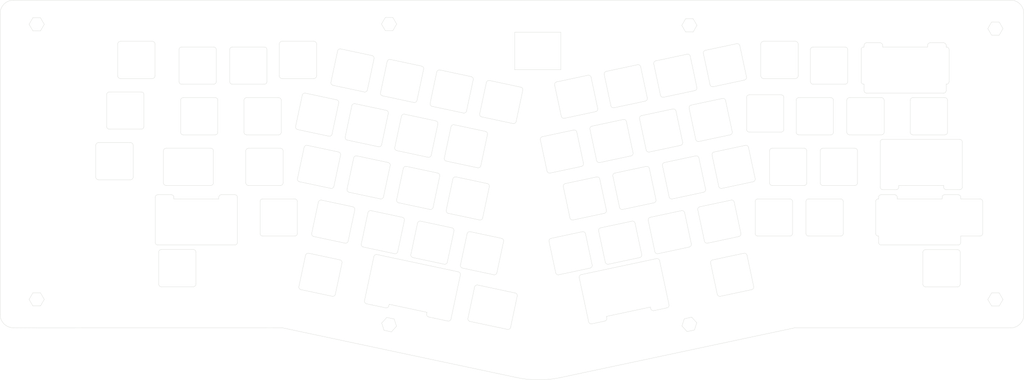
<source format=kicad_pcb>
(kicad_pcb (version 20171130) (host pcbnew "(5.1.9)-1")

  (general
    (thickness 1.6)
    (drawings 661)
    (tracks 0)
    (zones 0)
    (modules 0)
    (nets 1)
  )

  (page A4)
  (layers
    (0 F.Cu signal)
    (31 B.Cu signal)
    (32 B.Adhes user)
    (33 F.Adhes user)
    (34 B.Paste user)
    (35 F.Paste user)
    (36 B.SilkS user)
    (37 F.SilkS user)
    (38 B.Mask user)
    (39 F.Mask user)
    (40 Dwgs.User user)
    (41 Cmts.User user)
    (42 Eco1.User user)
    (43 Eco2.User user)
    (44 Edge.Cuts user)
    (45 Margin user)
    (46 B.CrtYd user)
    (47 F.CrtYd user)
    (48 B.Fab user)
    (49 F.Fab user)
  )

  (setup
    (last_trace_width 0.25)
    (trace_clearance 0.2)
    (zone_clearance 0.508)
    (zone_45_only no)
    (trace_min 0.2)
    (via_size 0.8)
    (via_drill 0.4)
    (via_min_size 0.4)
    (via_min_drill 0.3)
    (uvia_size 0.3)
    (uvia_drill 0.1)
    (uvias_allowed no)
    (uvia_min_size 0.2)
    (uvia_min_drill 0.1)
    (edge_width 0.05)
    (segment_width 0.2)
    (pcb_text_width 0.3)
    (pcb_text_size 1.5 1.5)
    (mod_edge_width 0.12)
    (mod_text_size 1 1)
    (mod_text_width 0.15)
    (pad_size 1.524 1.524)
    (pad_drill 0.762)
    (pad_to_mask_clearance 0)
    (aux_axis_origin 0 0)
    (visible_elements FFFFFF7F)
    (pcbplotparams
      (layerselection 0x010fc_ffffffff)
      (usegerberextensions false)
      (usegerberattributes true)
      (usegerberadvancedattributes true)
      (creategerberjobfile true)
      (excludeedgelayer true)
      (linewidth 0.100000)
      (plotframeref false)
      (viasonmask false)
      (mode 1)
      (useauxorigin false)
      (hpglpennumber 1)
      (hpglpenspeed 20)
      (hpglpendiameter 15.000000)
      (psnegative false)
      (psa4output false)
      (plotreference true)
      (plotvalue true)
      (plotinvisibletext false)
      (padsonsilk false)
      (subtractmaskfromsilk false)
      (outputformat 1)
      (mirror false)
      (drillshape 1)
      (scaleselection 1)
      (outputdirectory ""))
  )

  (net 0 "")

  (net_class Default "This is the default net class."
    (clearance 0.2)
    (trace_width 0.25)
    (via_dia 0.8)
    (via_drill 0.4)
    (uvia_dia 0.3)
    (uvia_drill 0.1)
  )

  (gr_line (start 16.665 34.726172) (end 15.24 32.258) (layer Edge.Cuts) (width 0.1) (tstamp 60577E68))
  (gr_line (start 10.965 138.231172) (end 12.39 140.699345) (layer Edge.Cuts) (width 0.1) (tstamp 60577E67))
  (gr_line (start 10.965 34.726172) (end 12.39 37.194345) (layer Edge.Cuts) (width 0.1) (tstamp 60577E66))
  (gr_line (start 15.24 37.194345) (end 16.665 34.726172) (layer Edge.Cuts) (width 0.1) (tstamp 60577E65))
  (gr_line (start 12.39 32.258) (end 10.965 34.726172) (layer Edge.Cuts) (width 0.1) (tstamp 60577E64))
  (gr_line (start 210.82 51.816) (end 193.421 51.816) (layer Edge.Cuts) (width 0.1) (tstamp 60577E63))
  (gr_line (start 12.39 37.194345) (end 15.24 37.194345) (layer Edge.Cuts) (width 0.1) (tstamp 60577E62))
  (gr_line (start 15.24 32.258) (end 12.39 32.258) (layer Edge.Cuts) (width 0.1) (tstamp 60577E61))
  (gr_line (start 193.421 37.719) (end 210.82 37.719) (layer Edge.Cuts) (width 0.1) (tstamp 60577E60))
  (gr_line (start 210.82 37.719) (end 210.82 51.816) (layer Edge.Cuts) (width 0.1) (tstamp 60577E5F))
  (gr_line (start 13.676253 25.625009) (end 25.554413 25.623313) (layer Edge.Cuts) (width 0.1) (tstamp 60577E5E))
  (gr_arc (start 296.854412 113.413313) (end 296.854412 114.413313) (angle -90) (layer Edge.Cuts) (width 0.1) (tstamp 60577DE5))
  (gr_line (start 275.188915 75.126817) (end 272.693975 63.389046) (layer Edge.Cuts) (width 0.1) (tstamp 60577DE4))
  (gr_arc (start 206.571861 89.711822) (end 205.593714 89.919734) (angle -90) (layer Edge.Cuts) (width 0.1) (tstamp 60577DE3))
  (gr_arc (start 355.094412 75.313313) (end 355.094412 76.313313) (angle -90) (layer Edge.Cuts) (width 0.1) (tstamp 60577DE2))
  (gr_arc (start 79.217412 94.363313) (end 79.217412 95.363313) (angle -90) (layer Edge.Cuts) (width 0.1) (tstamp 60577DE1))
  (gr_line (start 112.359909 133.376817) (end 114.854849 121.639046) (layer Edge.Cuts) (width 0.1) (tstamp 60577DE0))
  (gr_line (start 355.094412 62.313313) (end 343.094412 62.313313) (layer Edge.Cuts) (width 0.1) (tstamp 60577DDF))
  (gr_line (start 206.358773 116.441963) (end 208.853714 128.179734) (layer Edge.Cuts) (width 0.1) (tstamp 60577DDE))
  (gr_arc (start 260.937056 58.685446) (end 261.144968 59.663594) (angle -90) (layer Edge.Cuts) (width 0.1) (tstamp 60577DDD))
  (gr_line (start 147.13511 150.448211) (end 149.042133 148.330248) (layer Edge.Cuts) (width 0.1) (tstamp 60577DDC))
  (gr_line (start 92.714412 62.313313) (end 104.714412 62.313313) (layer Edge.Cuts) (width 0.1) (tstamp 60577DDB))
  (gr_line (start 144.34739 149.855663) (end 147.13511 150.448211) (layer Edge.Cuts) (width 0.1) (tstamp 60577DDA))
  (gr_line (start 222.15284 54.661199) (end 224.64778 66.39897) (layer Edge.Cuts) (width 0.1) (tstamp 60577DD9))
  (gr_arc (start 92.714412 63.313313) (end 92.714412 62.313313) (angle -90) (layer Edge.Cuts) (width 0.1) (tstamp 60577DD8))
  (gr_line (start 262.680908 78.807816) (end 274.418679 76.312876) (layer Edge.Cuts) (width 0.1) (tstamp 60577DD7))
  (gr_arc (start 315.904412 113.413313) (end 315.904412 114.413313) (angle -90) (layer Edge.Cuts) (width 0.1) (tstamp 60577DD6))
  (gr_line (start 138.093975 59.407581) (end 140.588915 47.669809) (layer Edge.Cuts) (width 0.1) (tstamp 60577DD5))
  (gr_arc (start 309.264412 94.363313) (end 308.264412 94.363313) (angle -90) (layer Edge.Cuts) (width 0.1) (tstamp 60577DD4))
  (gr_line (start 223.877544 67.585029) (end 212.139773 70.07997) (layer Edge.Cuts) (width 0.1) (tstamp 60577DD3))
  (gr_line (start 60.674413 119.463313) (end 72.674413 119.463313) (layer Edge.Cuts) (width 0.1) (tstamp 60577DD2))
  (gr_arc (start 223.669632 66.606882) (end 223.877544 67.585029) (angle -90) (layer Edge.Cuts) (width 0.1) (tstamp 60577DD1))
  (gr_line (start 62.454413 95.363313) (end 79.217412 95.363313) (layer Edge.Cuts) (width 0.1) (tstamp 60577DD0))
  (gr_line (start 53.124413 74.173313) (end 41.124413 74.173313) (layer Edge.Cuts) (width 0.1) (tstamp 60577DCF))
  (gr_arc (start 209.831861 127.971822) (end 208.853714 128.179734) (angle -90) (layer Edge.Cuts) (width 0.1) (tstamp 60577DCE))
  (gr_arc (start 274.210768 75.334729) (end 274.418679 76.312876) (angle -90) (layer Edge.Cuts) (width 0.1) (tstamp 60577DCD))
  (gr_line (start 284.854412 114.413313) (end 296.854412 114.413313) (layer Edge.Cuts) (width 0.1) (tstamp 60577DCC))
  (gr_arc (start 60.674413 120.463313) (end 60.674413 119.463313) (angle -90) (layer Edge.Cuts) (width 0.1) (tstamp 60577DCB))
  (gr_line (start 125.170145 57.682876) (end 136.907916 60.177816) (layer Edge.Cuts) (width 0.1) (tstamp 60577DCA))
  (gr_line (start 356.094412 75.313313) (end 356.094412 63.313313) (layer Edge.Cuts) (width 0.1) (tstamp 60577DC9))
  (gr_arc (start 163.63916 144.364833) (end 163.33987 145.318995) (angle -5.414973431) (layer Edge.Cuts) (width 0.1) (tstamp 60577DC8))
  (gr_line (start 355.597412 57.263313) (end 355.597412 59.618314) (layer Edge.Cuts) (width 0.1) (tstamp 60577DC7))
  (gr_line (start 355.652414 96.948312) (end 360.652414 96.948312) (layer Edge.Cuts) (width 0.1) (tstamp 60577DC6))
  (gr_line (start 164.576339 72.241245) (end 162.081399 83.979016) (layer Edge.Cuts) (width 0.1) (tstamp 60577DC5))
  (gr_line (start 170.702044 72.520963) (end 182.439815 75.015903) (layer Edge.Cuts) (width 0.1) (tstamp 60577DC4))
  (gr_line (start 168.321988 146.382539) (end 163.431249 145.34298) (layer Edge.Cuts) (width 0.1) (tstamp 60577DC3))
  (gr_line (start 120.850908 100.87881) (end 132.588679 103.37375) (layer Edge.Cuts) (width 0.1) (tstamp 60577DC2))
  (gr_arc (start 120.642997 101.856957) (end 120.850908 100.87881) (angle -90) (layer Edge.Cuts) (width 0.1) (tstamp 60577DC1))
  (gr_arc (start 174.383251 67.121104) (end 174.175339 68.099252) (angle -90) (layer Edge.Cuts) (width 0.1) (tstamp 60577DC0))
  (gr_arc (start 72.674413 120.463313) (end 73.674413 120.463313) (angle -90) (layer Edge.Cuts) (width 0.1) (tstamp 60577DBF))
  (gr_line (start 331.776415 96.948312) (end 336.776414 96.948312) (layer Edge.Cuts) (width 0.1) (tstamp 60577DBE))
  (gr_line (start 259.044968 118.533594) (end 247.307196 121.028534) (layer Edge.Cuts) (width 0.1) (tstamp 60577DBD))
  (gr_line (start 144.816846 32.155141) (end 143.391846 34.623313) (layer Edge.Cuts) (width 0.1) (tstamp 60577DBC))
  (gr_arc (start 331.186411 99.828314) (end 331.186411 98.828314) (angle -90.0001255) (layer Edge.Cuts) (width 0.1) (tstamp 60577DBB))
  (gr_line (start 194.398915 137.009809) (end 191.903975 148.747581) (layer Edge.Cuts) (width 0.1) (tstamp 60577DBA))
  (gr_arc (start 53.124413 73.173313) (end 53.124413 74.173313) (angle -90) (layer Edge.Cuts) (width 0.1) (tstamp 60577DB9))
  (gr_arc (start 104.714412 75.313313) (end 104.714412 76.313313) (angle -90) (layer Edge.Cuts) (width 0.1) (tstamp 60577DB8))
  (gr_line (start 330.186411 100.413313) (end 330.099412 100.413313) (layer Edge.Cuts) (width 0.1) (tstamp 60577DB7))
  (gr_line (start 308.264412 94.363313) (end 308.264412 82.363313) (layer Edge.Cuts) (width 0.1) (tstamp 60577DB6))
  (gr_arc (start 80.304412 56.263313) (end 80.304412 57.263313) (angle -90) (layer Edge.Cuts) (width 0.1) (tstamp 60577DB5))
  (gr_line (start 104.714412 76.313313) (end 92.714412 76.313313) (layer Edge.Cuts) (width 0.1) (tstamp 60577DB4))
  (gr_line (start 203.098773 78.181963) (end 205.593714 89.919734) (layer Edge.Cuts) (width 0.1) (tstamp 60577DB3))
  (gr_line (start 124.867916 137.057816) (end 113.130145 134.562876) (layer Edge.Cuts) (width 0.1) (tstamp 60577DB2))
  (gr_arc (start 68.304413 56.263313) (end 67.304413 56.263313) (angle -90) (layer Edge.Cuts) (width 0.1) (tstamp 60577DB1))
  (gr_line (start 375.518162 135.795141) (end 372.668162 135.795141) (layer Edge.Cuts) (width 0.1) (tstamp 60577DB0))
  (gr_arc (start 113.338056 133.584729) (end 112.359909 133.376817) (angle -90) (layer Edge.Cuts) (width 0.1) (tstamp 60577DAF))
  (gr_line (start 162.437568 65.604312) (end 174.175339 68.099252) (layer Edge.Cuts) (width 0.1) (tstamp 60577DAE))
  (gr_line (start 337.776412 95.94831) (end 337.776412 95.363313) (layer Edge.Cuts) (width 0.1) (tstamp 60577DAD))
  (gr_line (start 348.597412 43.263313) (end 348.597412 42.678317) (layer Edge.Cuts) (width 0.1) (tstamp 60577DAC))
  (gr_arc (start 271.715827 63.596957) (end 272.693975 63.389046) (angle -90) (layer Edge.Cuts) (width 0.1) (tstamp 60577DAB))
  (gr_line (start 349.597411 41.678315) (end 354.59741 41.678315) (layer Edge.Cuts) (width 0.1) (tstamp 60577DAA))
  (gr_arc (start 182.231903 75.994051) (end 183.210051 76.201963) (angle -90) (layer Edge.Cuts) (width 0.1) (tstamp 60577DA9))
  (gr_arc (start 137.115827 59.199669) (end 136.907916 60.177816) (angle -90) (layer Edge.Cuts) (width 0.1) (tstamp 60577DA8))
  (gr_line (start 343.094412 76.313313) (end 355.094412 76.313313) (layer Edge.Cuts) (width 0.1) (tstamp 60577DA7))
  (gr_arc (start 136.781768 117.555446) (end 135.80362 117.347535) (angle -90) (layer Edge.Cuts) (width 0.1) (tstamp 60577DA6))
  (gr_arc (start 349.597412 42.678315) (end 349.597411 41.678315) (angle -90.00001878) (layer Edge.Cuts) (width 0.1) (tstamp 60577DA5))
  (gr_line (start 303.904412 114.413313) (end 315.904412 114.413313) (layer Edge.Cuts) (width 0.1) (tstamp 60577DA4))
  (gr_line (start 144.816846 37.091486) (end 147.666846 37.091486) (layer Edge.Cuts) (width 0.1) (tstamp 60577DA3))
  (gr_arc (start 355.094412 63.313313) (end 356.094412 63.313313) (angle -90) (layer Edge.Cuts) (width 0.1) (tstamp 60577DA2))
  (gr_arc (start 336.776412 95.948312) (end 336.776414 96.948312) (angle -90.00001878) (layer Edge.Cuts) (width 0.1) (tstamp 60577DA1))
  (gr_line (start 361.652414 95.94831) (end 361.652414 79.008313) (layer Edge.Cuts) (width 0.1) (tstamp 60577DA0))
  (gr_line (start 257.18614 145.513725) (end 256.305441 148.224236) (layer Edge.Cuts) (width 0.1) (tstamp 60577D9F))
  (gr_line (start 336.186412 98.828314) (end 331.186411 98.828314) (layer Edge.Cuts) (width 0.1) (tstamp 60577D9E))
  (gr_arc (start 242.303344 62.646164) (end 242.511256 63.624312) (angle -90) (layer Edge.Cuts) (width 0.1) (tstamp 60577D9D))
  (gr_arc (start 88.252413 116.768316) (end 88.252411 117.768316) (angle -90.00023223) (layer Edge.Cuts) (width 0.1) (tstamp 60577D9C))
  (gr_line (start 355.684412 57.263313) (end 355.597412 57.263313) (layer Edge.Cuts) (width 0.1) (tstamp 60577D9B))
  (gr_line (start 313.224412 63.313313) (end 313.224412 75.313313) (layer Edge.Cuts) (width 0.1) (tstamp 60577D9A))
  (gr_arc (start 360.652414 95.948312) (end 360.652414 96.948312) (angle -90.0001255) (layer Edge.Cuts) (width 0.1) (tstamp 60577D99))
  (gr_arc (start 239.808404 50.908393) (end 240.786551 50.700481) (angle -90) (layer Edge.Cuts) (width 0.1) (tstamp 60577D98))
  (gr_arc (start 312.224412 63.313313) (end 313.224412 63.313313) (angle -90) (layer Edge.Cuts) (width 0.1) (tstamp 60577D97))
  (gr_line (start 183.210051 76.201963) (end 180.71511 87.939734) (layer Edge.Cuts) (width 0.1) (tstamp 60577D96))
  (gr_line (start 80.304412 57.263313) (end 68.304413 57.263313) (layer Edge.Cuts) (width 0.1) (tstamp 60577D95))
  (gr_arc (start 37.054413 92.223313) (end 36.054413 92.223313) (angle -90) (layer Edge.Cuts) (width 0.1) (tstamp 60577D94))
  (gr_arc (start 258.837056 117.555446) (end 259.044968 118.533594) (angle -90) (layer Edge.Cuts) (width 0.1) (tstamp 60577D93))
  (gr_arc (start 163.598191 72.033333) (end 164.576339 72.241245) (angle -90) (layer Edge.Cuts) (width 0.1) (tstamp 60577D92))
  (gr_arc (start 193.420768 136.801898) (end 194.398915 137.009809) (angle -90) (layer Edge.Cuts) (width 0.1) (tstamp 60577D91))
  (gr_arc (start 354.597412 59.618316) (end 354.59741 60.618316) (angle -90.00023223) (layer Edge.Cuts) (width 0.1) (tstamp 60577D90))
  (gr_line (start 211.718773 95.831963) (end 214.213714 107.569734) (layer Edge.Cuts) (width 0.1) (tstamp 60577D8F))
  (gr_line (start 261.880883 147.039139) (end 259.97386 144.921177) (layer Edge.Cuts) (width 0.1) (tstamp 60577D8E))
  (gr_line (start 0.08 143.764) (end 0.08 30.781) (layer Edge.Cuts) (width 0.1) (tstamp 60577D8D))
  (gr_line (start 227.956185 144.624705) (end 230.340908 144.117816) (layer Edge.Cuts) (width 0.1) (tstamp 60577D8C))
  (gr_line (start 243.281492 62.438252) (end 240.786551 50.700481) (layer Edge.Cuts) (width 0.1) (tstamp 60577D8B))
  (gr_line (start 67.304413 56.263313) (end 67.304413 44.263313) (layer Edge.Cuts) (width 0.1) (tstamp 60577D8A))
  (gr_line (start 136.573856 118.533594) (end 148.311628 121.028534) (layer Edge.Cuts) (width 0.1) (tstamp 60577D89))
  (gr_line (start 186.76511 128.179734) (end 189.260051 116.441963) (layer Edge.Cuts) (width 0.1) (tstamp 60577D88))
  (gr_arc (start 259.978056 66.091898) (end 259.770145 65.11375) (angle -90) (layer Edge.Cuts) (width 0.1) (tstamp 60577D87))
  (gr_arc (start 360.652414 79.008311) (end 361.652414 79.008313) (angle -90.0001255) (layer Edge.Cuts) (width 0.1) (tstamp 60577D86))
  (gr_arc (start 215.191861 107.361822) (end 214.213714 107.569734) (angle -90) (layer Edge.Cuts) (width 0.1) (tstamp 60577D85))
  (gr_line (start 163.33987 145.318995) (end 161.139773 144.85135) (layer Edge.Cuts) (width 0.1) (tstamp 60577D84))
  (gr_line (start 58.376412 99.828316) (end 58.376412 116.768314) (layer Edge.Cuts) (width 0.1) (tstamp 60577D83))
  (gr_arc (start 169.648191 112.273333) (end 170.626339 112.481245) (angle -90) (layer Edge.Cuts) (width 0.1) (tstamp 60577D82))
  (gr_arc (start 142.469539 79.810387) (end 142.261628 80.788534) (angle -90) (layer Edge.Cuts) (width 0.1) (tstamp 60577D81))
  (gr_line (start 330.186411 99.828316) (end 330.186411 100.413313) (layer Edge.Cuts) (width 0.1) (tstamp 60577D80))
  (gr_line (start 145.942627 68.280527) (end 143.447687 80.018298) (layer Edge.Cuts) (width 0.1) (tstamp 60577D7F))
  (gr_arc (start 148.519539 120.050387) (end 148.311628 121.028534) (angle -90) (layer Edge.Cuts) (width 0.1) (tstamp 60577D7E))
  (gr_arc (start 140.284908 139.400733) (end 139.985618 140.354895) (angle -5.415080154) (layer Edge.Cuts) (width 0.1) (tstamp 60577D7D))
  (gr_line (start 144.967735 141.418439) (end 140.076998 140.378881) (layer Edge.Cuts) (width 0.1) (tstamp 60577D7C))
  (gr_line (start 259.97386 144.921177) (end 257.18614 145.513725) (layer Edge.Cuts) (width 0.1) (tstamp 60577D7B))
  (gr_arc (start 79.217412 82.363313) (end 80.217412 82.363313) (angle -90) (layer Edge.Cuts) (width 0.1) (tstamp 60577D7A))
  (gr_line (start 36.054413 80.223313) (end 36.054413 92.223313) (layer Edge.Cuts) (width 0.1) (tstamp 60577D79))
  (gr_line (start 138.298561 105.609763) (end 135.80362 117.347535) (layer Edge.Cuts) (width 0.1) (tstamp 60577D78))
  (gr_line (start 168.131399 124.219016) (end 170.626339 112.481245) (layer Edge.Cuts) (width 0.1) (tstamp 60577D77))
  (gr_line (start 88.252411 98.828314) (end 83.252412 98.828314) (layer Edge.Cuts) (width 0.1) (tstamp 60577D76))
  (gr_line (start 271.507916 62.61881) (end 259.770145 65.11375) (layer Edge.Cuts) (width 0.1) (tstamp 60577D75))
  (gr_arc (start 268.048056 124.341898) (end 267.840145 123.36375) (angle -90) (layer Edge.Cuts) (width 0.1) (tstamp 60577D74))
  (gr_line (start 258.212464 150.342199) (end 261.000184 149.74965) (layer Edge.Cuts) (width 0.1) (tstamp 60577D73))
  (gr_line (start 143.03362 60.457535) (end 145.528561 48.719763) (layer Edge.Cuts) (width 0.1) (tstamp 60577D72))
  (gr_line (start 139.985618 140.354895) (end 137.785523 139.887251) (layer Edge.Cuts) (width 0.1) (tstamp 60577D71))
  (gr_line (start 142.261628 80.788534) (end 130.523856 78.293594) (layer Edge.Cuts) (width 0.1) (tstamp 60577D70))
  (gr_arc (start 170.494132 73.499111) (end 170.702044 72.520963) (angle -90) (layer Edge.Cuts) (width 0.1) (tstamp 60577D6F))
  (gr_line (start 73.674413 120.463313) (end 73.674413 132.463313) (layer Edge.Cuts) (width 0.1) (tstamp 60577D6E))
  (gr_arc (start 188.281903 116.234051) (end 189.260051 116.441963) (angle -90) (layer Edge.Cuts) (width 0.1) (tstamp 60577D6D))
  (gr_line (start 80.217412 94.363313) (end 80.217412 82.363313) (layer Edge.Cuts) (width 0.1) (tstamp 60577D6C))
  (gr_line (start 143.391846 34.623313) (end 144.816846 37.091486) (layer Edge.Cuts) (width 0.1) (tstamp 60577D6B))
  (gr_line (start 159.222627 51.630527) (end 156.727687 63.368298) (layer Edge.Cuts) (width 0.1) (tstamp 60577D6A))
  (gr_line (start 155.541628 64.138534) (end 143.803856 61.643594) (layer Edge.Cuts) (width 0.1) (tstamp 60577D69))
  (gr_arc (start 161.103251 83.771104) (end 160.895339 84.749252) (angle -90) (layer Edge.Cuts) (width 0.1) (tstamp 60577D68))
  (gr_line (start 179.562917 132.83398) (end 193.628679 135.82375) (layer Edge.Cuts) (width 0.1) (tstamp 60577D67))
  (gr_line (start 37.054413 93.223313) (end 49.054413 93.223313) (layer Edge.Cuts) (width 0.1) (tstamp 60577D66))
  (gr_line (start 175.361399 67.329016) (end 177.856339 55.591245) (layer Edge.Cuts) (width 0.1) (tstamp 60577D65))
  (gr_arc (start 243.839285 81.790387) (end 242.861137 81.998298) (angle -90) (layer Edge.Cuts) (width 0.1) (tstamp 60577D64))
  (gr_arc (start 161.803251 103.401104) (end 161.595339 104.379252) (angle -90) (layer Edge.Cuts) (width 0.1) (tstamp 60577D63))
  (gr_arc (start 139.276708 105.817675) (end 139.48462 104.839528) (angle -90) (layer Edge.Cuts) (width 0.1) (tstamp 60577D62))
  (gr_arc (start 379.793162 143.963313) (end 379.793162 148.963313) (angle -90) (layer Edge.Cuts) (width 0.1) (tstamp 60577D61))
  (gr_arc (start 319.274412 75.313313) (end 318.274412 75.313313) (angle -90) (layer Edge.Cuts) (width 0.1) (tstamp 60577D60))
  (gr_arc (start 49.054413 92.223313) (end 49.054413 93.223313) (angle -90) (layer Edge.Cuts) (width 0.1) (tstamp 60577D5F))
  (gr_line (start 240.366197 70.260527) (end 242.861137 81.998298) (layer Edge.Cuts) (width 0.1) (tstamp 60577D5E))
  (gr_arc (start 281.594412 62.253313) (end 281.594412 61.253313) (angle -90) (layer Edge.Cuts) (width 0.1) (tstamp 60577D5D))
  (gr_line (start 91.714412 75.313313) (end 91.714412 63.313313) (layer Edge.Cuts) (width 0.1) (tstamp 60577D5C))
  (gr_arc (start 143.169539 99.440387) (end 142.961628 100.418534) (angle -90) (layer Edge.Cuts) (width 0.1) (tstamp 60577D5B))
  (gr_arc (start 127.030768 83.741898) (end 128.008915 83.949809) (angle -90) (layer Edge.Cuts) (width 0.1) (tstamp 60577D5A))
  (gr_line (start 376.943162 138.263313) (end 375.518162 135.795141) (layer Edge.Cuts) (width 0.1) (tstamp 60577D59))
  (gr_arc (start 92.714412 75.313313) (end 91.714412 75.313313) (angle -90) (layer Edge.Cuts) (width 0.1) (tstamp 60577D58))
  (gr_line (start 281.594412 61.253313) (end 293.594412 61.253313) (layer Edge.Cuts) (width 0.1) (tstamp 60577D57))
  (gr_line (start 268.040908 58.197816) (end 279.778679 55.702876) (layer Edge.Cuts) (width 0.1) (tstamp 60577D56))
  (gr_arc (start 228.070633 53.403333) (end 227.862721 52.425186) (angle -90) (layer Edge.Cuts) (width 0.1) (tstamp 60577D55))
  (gr_arc (start 279.570768 54.724729) (end 279.778679 55.702876) (angle -90) (layer Edge.Cuts) (width 0.1) (tstamp 60577D54))
  (gr_arc (start 303.904412 113.413313) (end 302.904412 113.413313) (angle -90) (layer Edge.Cuts) (width 0.1) (tstamp 60577D53))
  (gr_line (start 379.793162 148.963313) (end 298.520833 148.963313) (layer Edge.Cuts) (width 0.1) (tstamp 60577D52))
  (gr_arc (start 176.878191 55.383333) (end 177.856339 55.591245) (angle -90) (layer Edge.Cuts) (width 0.1) (tstamp 60577D51))
  (gr_line (start 104.994412 42.123313) (end 104.994412 54.123313) (layer Edge.Cuts) (width 0.1) (tstamp 60577D50))
  (gr_line (start 237.500492 108.800245) (end 225.762721 111.295186) (layer Edge.Cuts) (width 0.1) (tstamp 60577D4F))
  (gr_line (start 294.594412 62.253313) (end 294.594412 74.253313) (layer Edge.Cuts) (width 0.1) (tstamp 60577D4E))
  (gr_arc (start 57.284413 42.123313) (end 58.284413 42.123313) (angle -90) (layer Edge.Cuts) (width 0.1) (tstamp 60577D4D))
  (gr_arc (start 105.994412 42.123313) (end 105.994412 41.123313) (angle -90) (layer Edge.Cuts) (width 0.1) (tstamp 60577D4C))
  (gr_line (start 302.904412 101.413313) (end 302.904412 113.413313) (layer Edge.Cuts) (width 0.1) (tstamp 60577D4B))
  (gr_arc (start 59.376412 116.768316) (end 58.376412 116.768314) (angle -90.0001255) (layer Edge.Cuts) (width 0.1) (tstamp 60577D4A))
  (gr_line (start 89.252413 116.768314) (end 89.252413 99.828316) (layer Edge.Cuts) (width 0.1) (tstamp 60577D49))
  (gr_arc (start 293.594412 62.253313) (end 294.594412 62.253313) (angle -90) (layer Edge.Cuts) (width 0.1) (tstamp 60577D48))
  (gr_arc (start 83.252413 99.828314) (end 83.252412 98.828314) (angle -90.00001878) (layer Edge.Cuts) (width 0.1) (tstamp 60577D47))
  (gr_arc (start 57.284413 54.123313) (end 57.284413 55.123313) (angle -90) (layer Edge.Cuts) (width 0.1) (tstamp 60577D46))
  (gr_line (start 146.642627 87.910527) (end 144.147687 99.648298) (layer Edge.Cuts) (width 0.1) (tstamp 60577D45))
  (gr_line (start 151.222391 107.334468) (end 139.48462 104.839528) (layer Edge.Cuts) (width 0.1) (tstamp 60577D44))
  (gr_arc (start 105.994412 54.123313) (end 104.994412 54.123313) (angle -90) (layer Edge.Cuts) (width 0.1) (tstamp 60577D43))
  (gr_arc (start 155.749539 63.160387) (end 155.541628 64.138534) (angle -90) (layer Edge.Cuts) (width 0.1) (tstamp 60577D42))
  (gr_line (start 239.600492 49.930245) (end 227.862721 52.425186) (layer Edge.Cuts) (width 0.1) (tstamp 60577D41))
  (gr_arc (start 144.011768 60.665446) (end 143.03362 60.457535) (angle -90) (layer Edge.Cuts) (width 0.1) (tstamp 60577D40))
  (gr_arc (start 144.96448 68.072615) (end 145.942627 68.280527) (angle -90) (layer Edge.Cuts) (width 0.1) (tstamp 60577D3F))
  (gr_line (start 142.961628 100.418534) (end 131.223856 97.923594) (layer Edge.Cuts) (width 0.1) (tstamp 60577D3E))
  (gr_line (start 125.513975 95.687581) (end 128.008915 83.949809) (layer Edge.Cuts) (width 0.1) (tstamp 60577D3D))
  (gr_arc (start 321.264412 82.363313) (end 322.264412 82.363313) (angle -90) (layer Edge.Cuts) (width 0.1) (tstamp 60577D3C))
  (gr_arc (start 124.535827 95.479669) (end 124.327916 96.457816) (angle -90) (layer Edge.Cuts) (width 0.1) (tstamp 60577D3B))
  (gr_arc (start 225.970633 112.273333) (end 225.762721 111.295186) (angle -90) (layer Edge.Cuts) (width 0.1) (tstamp 60577D3A))
  (gr_line (start 112.590145 93.962876) (end 124.327916 96.457816) (layer Edge.Cuts) (width 0.1) (tstamp 60577D39))
  (gr_arc (start 179.355005 133.812128) (end 179.562917 132.83398) (angle -90) (layer Edge.Cuts) (width 0.1) (tstamp 60577D38))
  (gr_arc (start 160.605827 142.099669) (end 160.397916 143.077816) (angle -5.415891143) (layer Edge.Cuts) (width 0.1) (tstamp 60577D37))
  (gr_line (start 160.369538 143.665289) (end 160.491166 143.093074) (layer Edge.Cuts) (width 0.1) (tstamp 60577D36))
  (gr_line (start 375.518162 140.731486) (end 376.943162 138.263313) (layer Edge.Cuts) (width 0.1) (tstamp 60577D35))
  (gr_line (start 41.124413 60.173313) (end 53.124413 60.173313) (layer Edge.Cuts) (width 0.1) (tstamp 60577D34))
  (gr_arc (start 88.252413 99.828314) (end 89.252413 99.828316) (angle -90.00023223) (layer Edge.Cuts) (width 0.1) (tstamp 60577D33))
  (gr_arc (start 41.124413 61.173313) (end 41.124413 60.173313) (angle -90) (layer Edge.Cuts) (width 0.1) (tstamp 60577D32))
  (gr_arc (start 161.347685 143.873202) (end 160.369538 143.665289) (angle -90.0001255) (layer Edge.Cuts) (width 0.1) (tstamp 60577D31))
  (gr_arc (start 185.786963 127.971822) (end 185.579051 128.94997) (angle -90) (layer Edge.Cuts) (width 0.1) (tstamp 60577D30))
  (gr_line (start 318.274412 75.313313) (end 318.274412 63.313313) (layer Edge.Cuts) (width 0.1) (tstamp 60577D2F))
  (gr_line (start 173.84128 126.455029) (end 185.579051 128.94997) (layer Edge.Cuts) (width 0.1) (tstamp 60577D2E))
  (gr_line (start 59.376412 117.768316) (end 88.252411 117.768316) (layer Edge.Cuts) (width 0.1) (tstamp 60577D2D))
  (gr_line (start 260.518162 37.591486) (end 261.943162 35.123313) (layer Edge.Cuts) (width 0.1) (tstamp 60577D2C))
  (gr_line (start 261.943162 35.123313) (end 260.518162 32.655141) (layer Edge.Cuts) (width 0.1) (tstamp 60577D2B))
  (gr_line (start 100.354412 56.263313) (end 100.354412 44.263313) (layer Edge.Cuts) (width 0.1) (tstamp 60577D2A))
  (gr_line (start 105.714412 63.313313) (end 105.714412 75.313313) (layer Edge.Cuts) (width 0.1) (tstamp 60577D29))
  (gr_arc (start 99.354412 44.263313) (end 100.354412 44.263313) (angle -90) (layer Edge.Cuts) (width 0.1) (tstamp 60577D28))
  (gr_line (start 371.243162 138.263313) (end 372.668162 140.731486) (layer Edge.Cuts) (width 0.1) (tstamp 60577D27))
  (gr_line (start 152.068332 68.560245) (end 163.806103 71.055186) (layer Edge.Cuts) (width 0.1) (tstamp 60577D26))
  (gr_arc (start 104.714412 63.313313) (end 105.714412 63.313313) (angle -90) (layer Edge.Cuts) (width 0.1) (tstamp 60577D25))
  (gr_line (start 227.092485 53.611245) (end 229.587425 65.349016) (layer Edge.Cuts) (width 0.1) (tstamp 60577D24))
  (gr_line (start 375.518162 33.855141) (end 372.668162 33.855141) (layer Edge.Cuts) (width 0.1) (tstamp 60577D23))
  (gr_line (start 49.054413 79.223313) (end 37.054413 79.223313) (layer Edge.Cuts) (width 0.1) (tstamp 60577D22))
  (gr_line (start 206.779773 90.68997) (end 218.517544 88.195029) (layer Edge.Cuts) (width 0.1) (tstamp 60577D21))
  (gr_arc (start 317.584412 56.263313) (end 317.584412 57.263313) (angle -90) (layer Edge.Cuts) (width 0.1) (tstamp 60577D20))
  (gr_line (start 67.814413 100.413313) (end 65.376413 100.413313) (layer Edge.Cuts) (width 0.1) (tstamp 60577D1F))
  (gr_line (start 58.284413 42.123313) (end 58.284413 54.123313) (layer Edge.Cuts) (width 0.1) (tstamp 60577D1E))
  (gr_line (start 322.264412 82.363313) (end 322.264412 94.363313) (layer Edge.Cuts) (width 0.1) (tstamp 60577D1D))
  (gr_line (start 161.595339 104.379252) (end 149.857568 101.884312) (layer Edge.Cuts) (width 0.1) (tstamp 60577D1C))
  (gr_arc (start 355.062413 99.828314) (end 355.062412 98.828314) (angle -90.00001878) (layer Edge.Cuts) (width 0.1) (tstamp 60577D1B))
  (gr_line (start 354.062413 99.828316) (end 354.062413 100.413314) (layer Edge.Cuts) (width 0.1) (tstamp 60577D1A))
  (gr_line (start 257.668162 37.591486) (end 260.518162 37.591486) (layer Edge.Cuts) (width 0.1) (tstamp 60577D19))
  (gr_arc (start 218.309632 87.216882) (end 218.517544 88.195029) (angle -90) (layer Edge.Cuts) (width 0.1) (tstamp 60577D18))
  (gr_arc (start 158.24448 51.422615) (end 159.222627 51.630527) (angle -90) (layer Edge.Cuts) (width 0.1) (tstamp 60577D17))
  (gr_line (start 317.584412 57.263313) (end 305.584412 57.263313) (layer Edge.Cuts) (width 0.1) (tstamp 60577D16))
  (gr_line (start 188.489815 115.255903) (end 176.752044 112.760963) (layer Edge.Cuts) (width 0.1) (tstamp 60577D15))
  (gr_line (start 117.994412 41.123313) (end 105.994412 41.123313) (layer Edge.Cuts) (width 0.1) (tstamp 60577D14))
  (gr_line (start 160.895339 84.749252) (end 149.157568 82.254312) (layer Edge.Cuts) (width 0.1) (tstamp 60577D13))
  (gr_arc (start 37.054413 80.223313) (end 37.054413 79.223313) (angle -90) (layer Edge.Cuts) (width 0.1) (tstamp 60577D12))
  (gr_arc (start 145.66448 87.702615) (end 146.642627 87.910527) (angle -90) (layer Edge.Cuts) (width 0.1) (tstamp 60577D11))
  (gr_arc (start 139.610768 47.461898) (end 140.588915 47.669809) (angle -90) (layer Edge.Cuts) (width 0.1) (tstamp 60577D10))
  (gr_arc (start 130.731768 77.315446) (end 129.75362 77.107535) (angle -90) (layer Edge.Cuts) (width 0.1) (tstamp 60577D0F))
  (gr_line (start 147.666846 32.155141) (end 144.816846 32.155141) (layer Edge.Cuts) (width 0.1) (tstamp 60577D0E))
  (gr_arc (start 277.470768 113.594729) (end 277.678679 114.572876) (angle -90) (layer Edge.Cuts) (width 0.1) (tstamp 60577D0D))
  (gr_line (start 219.28778 87.00897) (end 216.79284 75.271199) (layer Edge.Cuts) (width 0.1) (tstamp 60577D0C))
  (gr_line (start 146.71462 47.949528) (end 158.452391 50.444468) (layer Edge.Cuts) (width 0.1) (tstamp 60577D0B))
  (gr_arc (start 183.774132 56.849111) (end 183.982044 55.870963) (angle -90) (layer Edge.Cuts) (width 0.1) (tstamp 60577D0A))
  (gr_line (start 179.529051 88.70997) (end 167.79128 86.215029) (layer Edge.Cuts) (width 0.1) (tstamp 60577D09))
  (gr_line (start 265.940908 117.067816) (end 277.678679 114.572876) (layer Edge.Cuts) (width 0.1) (tstamp 60577D08))
  (gr_line (start 225.413485 86.729252) (end 237.151256 84.234312) (layer Edge.Cuts) (width 0.1) (tstamp 60577D07))
  (gr_line (start 278.448915 113.386817) (end 275.953975 101.649046) (layer Edge.Cuts) (width 0.1) (tstamp 60577D06))
  (gr_line (start 372.668162 33.855141) (end 371.243162 36.323313) (layer Edge.Cuts) (width 0.1) (tstamp 60577D05))
  (gr_arc (start 146.506708 48.927675) (end 146.71462 47.949528) (angle -90) (layer Edge.Cuts) (width 0.1) (tstamp 60577D04))
  (gr_line (start 230.352485 91.871245) (end 232.847425 103.609016) (layer Edge.Cuts) (width 0.1) (tstamp 60577D03))
  (gr_line (start 208.424411 25.623313) (end 379.793162 25.623313) (layer Edge.Cuts) (width 0.1) (tstamp 60577D02))
  (gr_arc (start 181.279192 68.586882) (end 180.301044 68.37897) (angle -90) (layer Edge.Cuts) (width 0.1) (tstamp 60577D01))
  (gr_line (start 149.087332 100.698252) (end 151.582273 88.960481) (layer Edge.Cuts) (width 0.1) (tstamp 60577D00))
  (gr_arc (start 331.274412 75.313313) (end 331.274412 76.313313) (angle -90) (layer Edge.Cuts) (width 0.1) (tstamp 60577CFF))
  (gr_line (start 372.668162 135.795141) (end 371.243162 138.263313) (layer Edge.Cuts) (width 0.1) (tstamp 60577CFE))
  (gr_line (start 129.75362 77.107535) (end 132.248561 65.369763) (layer Edge.Cuts) (width 0.1) (tstamp 60577CFD))
  (gr_line (start 147.666846 37.091486) (end 149.091846 34.623313) (layer Edge.Cuts) (width 0.1) (tstamp 60577CFC))
  (gr_arc (start 133.226708 65.577675) (end 133.43462 64.599528) (angle -90) (layer Edge.Cuts) (width 0.1) (tstamp 60577CFB))
  (gr_line (start 215.60678 74.500963) (end 203.869009 76.995903) (layer Edge.Cuts) (width 0.1) (tstamp 60577CFA))
  (gr_arc (start 93.414412 82.363313) (end 93.414412 81.363313) (angle -90) (layer Edge.Cuts) (width 0.1) (tstamp 60577CF9))
  (gr_arc (start 215.814692 75.479111) (end 216.79284 75.271199) (angle -90) (layer Edge.Cuts) (width 0.1) (tstamp 60577CF8))
  (gr_line (start 92.414412 94.363313) (end 92.414412 82.363313) (layer Edge.Cuts) (width 0.1) (tstamp 60577CF7))
  (gr_line (start 106.327991 148.963313) (end 13.689162 148.979313) (layer Edge.Cuts) (width 0.1) (tstamp 60577CF6))
  (gr_line (start 256.243162 35.123313) (end 257.668162 37.591486) (layer Edge.Cuts) (width 0.1) (tstamp 60577CF5))
  (gr_line (start 258.234204 45.969528) (end 246.496433 48.464468) (layer Edge.Cuts) (width 0.1) (tstamp 60577CF4))
  (gr_arc (start 246.704344 49.442615) (end 246.496433 48.464468) (angle -90) (layer Edge.Cuts) (width 0.1) (tstamp 60577CF3))
  (gr_arc (start 151.86042 69.538393) (end 152.068332 68.560245) (angle -90) (layer Edge.Cuts) (width 0.1) (tstamp 60577CF2))
  (gr_arc (start 204.076921 77.974051) (end 203.869009 76.995903) (angle -90) (layer Edge.Cuts) (width 0.1) (tstamp 60577CF1))
  (gr_arc (start 245.563344 100.906164) (end 245.771256 101.884312) (angle -90) (layer Edge.Cuts) (width 0.1) (tstamp 60577CF0))
  (gr_arc (start 236.943344 83.256164) (end 237.151256 84.234312) (angle -90) (layer Edge.Cuts) (width 0.1) (tstamp 60577CEF))
  (gr_arc (start 279.785827 121.846957) (end 280.763975 121.639046) (angle -90) (layer Edge.Cuts) (width 0.1) (tstamp 60577CEE))
  (gr_line (start 133.43462 64.599528) (end 145.172391 67.094468) (layer Edge.Cuts) (width 0.1) (tstamp 60577CED))
  (gr_line (start 210.039773 128.94997) (end 221.777544 126.455029) (layer Edge.Cuts) (width 0.1) (tstamp 60577CEC))
  (gr_arc (start 98.764412 101.413313) (end 98.764412 100.413313) (angle -90) (layer Edge.Cuts) (width 0.1) (tstamp 60577CEB))
  (gr_line (start 331.274412 76.313313) (end 319.274412 76.313313) (layer Edge.Cuts) (width 0.1) (tstamp 60577CEA))
  (gr_line (start 360.062411 98.828314) (end 355.062412 98.828314) (layer Edge.Cuts) (width 0.1) (tstamp 60577CE9))
  (gr_line (start 167.021044 85.02897) (end 169.515984 73.291199) (layer Edge.Cuts) (width 0.1) (tstamp 60577CE8))
  (gr_line (start 110.764412 100.413313) (end 98.764412 100.413313) (layer Edge.Cuts) (width 0.1) (tstamp 60577CE7))
  (gr_arc (start 179.736963 87.731822) (end 179.529051 88.70997) (angle -90) (layer Edge.Cuts) (width 0.1) (tstamp 60577CE6))
  (gr_arc (start 221.569632 125.476882) (end 221.777544 126.455029) (angle -90) (layer Edge.Cuts) (width 0.1) (tstamp 60577CE5))
  (gr_line (start 215.399773 108.33997) (end 227.137544 105.845029) (layer Edge.Cuts) (width 0.1) (tstamp 60577CE4))
  (gr_arc (start 132.380768 104.351898) (end 133.358915 104.559809) (angle -90) (layer Edge.Cuts) (width 0.1) (tstamp 60577CE3))
  (gr_line (start 194.107944 167.621518) (end 106.327991 148.963313) (layer Edge.Cuts) (width 0.1) (tstamp 60577CE2))
  (gr_arc (start 226.929632 104.866882) (end 227.137544 105.845029) (angle -90) (layer Edge.Cuts) (width 0.1) (tstamp 60577CE1))
  (gr_line (start 331.721412 42.678317) (end 331.721412 43.263313) (layer Edge.Cuts) (width 0.1) (tstamp 60577CE0))
  (gr_line (start 182.795984 56.641199) (end 180.301044 68.37897) (layer Edge.Cuts) (width 0.1) (tstamp 60577CDF))
  (gr_line (start 299.224412 75.313313) (end 299.224412 63.313313) (layer Edge.Cuts) (width 0.1) (tstamp 60577CDE))
  (gr_line (start 139.818679 46.48375) (end 128.080908 43.98881) (layer Edge.Cuts) (width 0.1) (tstamp 60577CDD))
  (gr_arc (start 268.598056 83.741898) (end 268.390145 82.76375) (angle -90) (layer Edge.Cuts) (width 0.1) (tstamp 60577CDC))
  (gr_arc (start 167.999192 85.236882) (end 167.021044 85.02897) (angle -90) (layer Edge.Cuts) (width 0.1) (tstamp 60577CDB))
  (gr_arc (start 150.06548 100.906164) (end 149.087332 100.698252) (angle -90) (layer Edge.Cuts) (width 0.1) (tstamp 60577CDA))
  (gr_line (start 234.033485 104.379252) (end 245.771256 101.884312) (layer Edge.Cuts) (width 0.1) (tstamp 60577CD9))
  (gr_arc (start 300.224412 75.313313) (end 299.224412 75.313313) (angle -90) (layer Edge.Cuts) (width 0.1) (tstamp 60577CD8))
  (gr_line (start 133.358915 104.559809) (end 130.863975 116.297581) (layer Edge.Cuts) (width 0.1) (tstamp 60577CD7))
  (gr_line (start 93.414412 81.363313) (end 105.414412 81.363313) (layer Edge.Cuts) (width 0.1) (tstamp 60577CD6))
  (gr_arc (start 233.825573 103.401104) (end 232.847425 103.609016) (angle -90) (layer Edge.Cuts) (width 0.1) (tstamp 60577CD5))
  (gr_line (start 268.390145 82.76375) (end 280.127916 80.26881) (layer Edge.Cuts) (width 0.1) (tstamp 60577CD4))
  (gr_arc (start 127.872997 44.966957) (end 128.080908 43.98881) (angle -90) (layer Edge.Cuts) (width 0.1) (tstamp 60577CD3))
  (gr_line (start 331.721412 43.263313) (end 348.597412 43.263313) (layer Edge.Cuts) (width 0.1) (tstamp 60577CD2))
  (gr_arc (start 330.721412 42.678315) (end 331.721412 42.678317) (angle -90.0001255) (layer Edge.Cuts) (width 0.1) (tstamp 60577CD1))
  (gr_arc (start 141.515457 122.339281) (end 141.723371 121.361134) (angle -90.00023223) (layer Edge.Cuts) (width 0.1) (tstamp 60577CD0))
  (gr_arc (start 125.075827 136.079669) (end 124.867916 137.057816) (angle -90) (layer Edge.Cuts) (width 0.1) (tstamp 60577CCF))
  (gr_arc (start 146.576584 139.113099) (end 146.277277 140.067256) (angle -5.415891579) (layer Edge.Cuts) (width 0.1) (tstamp 60577CCE))
  (gr_arc (start 265.338056 45.481898) (end 265.130145 44.50375) (angle -90) (layer Edge.Cuts) (width 0.1) (tstamp 60577CCD))
  (gr_line (start 337.776412 95.363313) (end 340.214412 95.363313) (layer Edge.Cuts) (width 0.1) (tstamp 60577CCC))
  (gr_arc (start 148.868056 139.604729) (end 148.568766 140.558891) (angle -5.41496404) (layer Edge.Cuts) (width 0.1) (tstamp 60577CCB))
  (gr_arc (start 330.099412 101.413313) (end 330.099412 100.413313) (angle -90) (layer Edge.Cuts) (width 0.1) (tstamp 60577CCA))
  (gr_arc (start 68.304413 44.263313) (end 68.304413 43.263313) (angle -90) (layer Edge.Cuts) (width 0.1) (tstamp 60577CC9))
  (gr_arc (start 243.068404 89.168393) (end 244.046551 88.960481) (angle -90) (layer Edge.Cuts) (width 0.1) (tstamp 60577CC8))
  (gr_line (start 227.90778 104.65897) (end 225.41284 92.921199) (layer Edge.Cuts) (width 0.1) (tstamp 60577CC7))
  (gr_arc (start 330.099412 113.413313) (end 329.099412 113.413313) (angle -90) (layer Edge.Cuts) (width 0.1) (tstamp 60577CC6))
  (gr_line (start 372.668162 140.731486) (end 375.518162 140.731486) (layer Edge.Cuts) (width 0.1) (tstamp 60577CC5))
  (gr_line (start 274.767916 100.87881) (end 263.030145 103.37375) (layer Edge.Cuts) (width 0.1) (tstamp 60577CC4))
  (gr_line (start 82.252413 99.828316) (end 82.252413 100.413313) (layer Edge.Cuts) (width 0.1) (tstamp 60577CC3))
  (gr_line (start 137.015285 138.701189) (end 140.537309 122.131371) (layer Edge.Cuts) (width 0.1) (tstamp 60577CC2))
  (gr_arc (start 164.298191 91.663333) (end 165.276339 91.871245) (angle -90) (layer Edge.Cuts) (width 0.1) (tstamp 60577CC1))
  (gr_arc (start 249.964344 87.702615) (end 249.756433 86.724468) (angle -90) (layer Edge.Cuts) (width 0.1) (tstamp 60577CC0))
  (gr_line (start 330.099412 114.413313) (end 330.186412 114.413313) (layer Edge.Cuts) (width 0.1) (tstamp 60577CBF))
  (gr_line (start 68.304413 43.263313) (end 80.304412 43.263313) (layer Edge.Cuts) (width 0.1) (tstamp 60577CBE))
  (gr_line (start 318.584412 44.263313) (end 318.584412 56.263313) (layer Edge.Cuts) (width 0.1) (tstamp 60577CBD))
  (gr_arc (start 115.292997 81.246957) (end 115.500908 80.26881) (angle -90) (layer Edge.Cuts) (width 0.1) (tstamp 60577CBC))
  (gr_line (start 106.414412 82.363313) (end 106.414412 94.363313) (layer Edge.Cuts) (width 0.1) (tstamp 60577CBB))
  (gr_arc (start 263.238056 104.351898) (end 263.030145 103.37375) (angle -90) (layer Edge.Cuts) (width 0.1) (tstamp 60577CBA))
  (gr_line (start 54.124413 61.173313) (end 54.124413 73.173313) (layer Edge.Cuts) (width 0.1) (tstamp 60577CB9))
  (gr_arc (start 284.854412 101.413313) (end 284.854412 100.413313) (angle -90) (layer Edge.Cuts) (width 0.1) (tstamp 60577CB8))
  (gr_line (start 312.224412 76.313313) (end 300.224412 76.313313) (layer Edge.Cuts) (width 0.1) (tstamp 60577CB7))
  (gr_line (start 280.763975 121.639046) (end 283.258915 133.376817) (layer Edge.Cuts) (width 0.1) (tstamp 60577CB6))
  (gr_line (start 249.407196 62.158534) (end 261.144968 59.663594) (layer Edge.Cuts) (width 0.1) (tstamp 60577CB5))
  (gr_line (start 246.541492 100.698252) (end 244.046551 88.960481) (layer Edge.Cuts) (width 0.1) (tstamp 60577CB4))
  (gr_line (start 81.304412 44.263313) (end 81.304412 56.263313) (layer Edge.Cuts) (width 0.1) (tstamp 60577CB3))
  (gr_line (start 114.314849 81.039046) (end 111.819909 92.776817) (layer Edge.Cuts) (width 0.1) (tstamp 60577CB2))
  (gr_arc (start 274.975827 101.856957) (end 275.953975 101.649046) (angle -90) (layer Edge.Cuts) (width 0.1) (tstamp 60577CB1))
  (gr_line (start 276.867916 42.00881) (end 265.130145 44.50375) (layer Edge.Cuts) (width 0.1) (tstamp 60577CB0))
  (gr_arc (start 312.224412 75.313313) (end 312.224412 76.313313) (angle -90) (layer Edge.Cuts) (width 0.1) (tstamp 60577CAF))
  (gr_line (start 325.721411 41.678315) (end 330.721411 41.678315) (layer Edge.Cuts) (width 0.1) (tstamp 60577CAE))
  (gr_arc (start 112.798056 92.984729) (end 111.819909 92.776817) (angle -90) (layer Edge.Cuts) (width 0.1) (tstamp 60577CAD))
  (gr_arc (start 126.330768 64.111898) (end 127.308915 64.319809) (angle -90) (layer Edge.Cuts) (width 0.1) (tstamp 60577CAC))
  (gr_arc (start 145.175645 140.440292) (end 144.967735 141.418439) (angle -90.00001878) (layer Edge.Cuts) (width 0.1) (tstamp 60577CAB))
  (gr_line (start 79.814412 100.413313) (end 67.814413 100.413313) (layer Edge.Cuts) (width 0.1) (tstamp 60577CAA))
  (gr_line (start 82.252413 100.413313) (end 79.814412 100.413313) (layer Edge.Cuts) (width 0.1) (tstamp 60577CA9))
  (gr_arc (start 137.993433 138.909103) (end 137.015285 138.701189) (angle -90.00023223) (layer Edge.Cuts) (width 0.1) (tstamp 60577CA8))
  (gr_arc (start 80.304412 44.263313) (end 81.304412 44.263313) (angle -90) (layer Edge.Cuts) (width 0.1) (tstamp 60577CA7))
  (gr_arc (start 261.702116 85.207675) (end 262.680263 84.999763) (angle -90) (layer Edge.Cuts) (width 0.1) (tstamp 60577CA6))
  (gr_line (start 146.277277 140.067256) (end 146.153793 140.648201) (layer Edge.Cuts) (width 0.1) (tstamp 60577CA5))
  (gr_arc (start 105.414412 82.363313) (end 106.414412 82.363313) (angle -90) (layer Edge.Cuts) (width 0.1) (tstamp 60577CA4))
  (gr_line (start 165.276339 91.871245) (end 162.781399 103.609016) (layer Edge.Cuts) (width 0.1) (tstamp 60577CA3))
  (gr_arc (start 155.41548 121.516164) (end 154.437332 121.308252) (angle -90) (layer Edge.Cuts) (width 0.1) (tstamp 60577CA2))
  (gr_line (start 329.099412 101.413313) (end 329.099412 113.413313) (layer Edge.Cuts) (width 0.1) (tstamp 60577CA1))
  (gr_line (start 261.494204 84.229528) (end 249.756433 86.724468) (layer Edge.Cuts) (width 0.1) (tstamp 60577CA0))
  (gr_line (start 356.684412 44.263313) (end 356.684412 56.263313) (layer Edge.Cuts) (width 0.1) (tstamp 60577C9F))
  (gr_arc (start 286.954412 42.123313) (end 286.954412 41.123313) (angle -90) (layer Edge.Cuts) (width 0.1) (tstamp 60577C9E))
  (gr_line (start 127.238679 82.76375) (end 115.500908 80.26881) (layer Edge.Cuts) (width 0.1) (tstamp 60577C9D))
  (gr_arc (start 331.274412 63.313313) (end 332.274412 63.313313) (angle -90) (layer Edge.Cuts) (width 0.1) (tstamp 60577C9C))
  (gr_line (start 286.954412 41.123313) (end 298.954412 41.123313) (layer Edge.Cuts) (width 0.1) (tstamp 60577C9B))
  (gr_arc (start 190.925827 148.539669) (end 190.717916 149.517816) (angle -90) (layer Edge.Cuts) (width 0.1) (tstamp 60577C9A))
  (gr_arc (start 211.931861 69.101822) (end 210.953714 69.309734) (angle -90) (layer Edge.Cuts) (width 0.1) (tstamp 60577C99))
  (gr_line (start 282.488679 134.562876) (end 270.750908 137.057816) (layer Edge.Cuts) (width 0.1) (tstamp 60577C98))
  (gr_arc (start 303.904412 101.413313) (end 303.904412 100.413313) (angle -90) (layer Edge.Cuts) (width 0.1) (tstamp 60577C97))
  (gr_arc (start 355.684412 44.263313) (end 356.684412 44.263313) (angle -90) (layer Edge.Cuts) (width 0.1) (tstamp 60577C96))
  (gr_line (start 340.214412 95.363313) (end 352.214412 95.363313) (layer Edge.Cuts) (width 0.1) (tstamp 60577C95))
  (gr_arc (start 80.904412 63.313313) (end 81.904412 63.313313) (angle -90) (layer Edge.Cuts) (width 0.1) (tstamp 60577C94))
  (gr_line (start 190.717916 149.517816) (end 176.652153 146.528046) (layer Edge.Cuts) (width 0.1) (tstamp 60577C93))
  (gr_arc (start 321.264412 94.363313) (end 321.264412 95.363313) (angle -90) (layer Edge.Cuts) (width 0.1) (tstamp 60577C92))
  (gr_arc (start 270.542997 136.079669) (end 269.564849 136.287581) (angle -90) (layer Edge.Cuts) (width 0.1) (tstamp 60577C91))
  (gr_arc (start 317.584412 44.263313) (end 318.584412 44.263313) (angle -90) (layer Edge.Cuts) (width 0.1) (tstamp 60577C90))
  (gr_arc (start 325.72141 42.678315) (end 325.721411 41.678315) (angle -90.0001255) (layer Edge.Cuts) (width 0.1) (tstamp 60577C8F))
  (gr_arc (start 355.684412 56.263313) (end 355.684412 57.263313) (angle -90) (layer Edge.Cuts) (width 0.1) (tstamp 60577C8E))
  (gr_line (start 315.904412 100.413313) (end 303.904412 100.413313) (layer Edge.Cuts) (width 0.1) (tstamp 60577C8D))
  (gr_arc (start 258.442116 46.947675) (end 259.420263 46.739763) (angle -90) (layer Edge.Cuts) (width 0.1) (tstamp 60577C8C))
  (gr_line (start 261.000184 149.74965) (end 261.880883 147.039139) (layer Edge.Cuts) (width 0.1) (tstamp 60577C8B))
  (gr_line (start 160.397916 143.077816) (end 148.660145 140.582876) (layer Edge.Cuts) (width 0.1) (tstamp 60577C8A))
  (gr_arc (start 118.148056 113.594729) (end 117.169909 113.386817) (angle -90) (layer Edge.Cuts) (width 0.1) (tstamp 60577C89))
  (gr_line (start 296.854412 100.413313) (end 284.854412 100.413313) (layer Edge.Cuts) (width 0.1) (tstamp 60577C88))
  (gr_arc (start 224.434692 93.129111) (end 225.41284 92.921199) (angle -90) (layer Edge.Cuts) (width 0.1) (tstamp 60577C87))
  (gr_line (start 324.72141 43.263313) (end 324.72141 42.678317) (layer Edge.Cuts) (width 0.1) (tstamp 60577C86))
  (gr_line (start 210.953714 69.309734) (end 208.458773 57.571963) (layer Edge.Cuts) (width 0.1) (tstamp 60577C85))
  (gr_line (start 171.402044 92.150963) (end 183.139815 94.645903) (layer Edge.Cuts) (width 0.1) (tstamp 60577C84))
  (gr_arc (start 298.954412 54.123313) (end 298.954412 55.123313) (angle -90) (layer Edge.Cuts) (width 0.1) (tstamp 60577C83))
  (gr_arc (start 282.280768 133.584729) (end 282.488679 134.562876) (angle -90) (layer Edge.Cuts) (width 0.1) (tstamp 60577C82))
  (gr_arc (start 355.652413 95.948312) (end 354.652413 95.94831) (angle -90.0001255) (layer Edge.Cuts) (width 0.1) (tstamp 60577C81))
  (gr_line (start 321.264412 95.363313) (end 309.264412 95.363313) (layer Edge.Cuts) (width 0.1) (tstamp 60577C80))
  (gr_line (start 298.954412 55.123313) (end 286.954412 55.123313) (layer Edge.Cuts) (width 0.1) (tstamp 60577C7F))
  (gr_line (start 354.652413 95.363312) (end 354.652413 95.94831) (layer Edge.Cuts) (width 0.1) (tstamp 60577C7E))
  (gr_line (start 332.274412 63.313313) (end 332.274412 75.313313) (layer Edge.Cuts) (width 0.1) (tstamp 60577C7D))
  (gr_arc (start 53.124413 61.173313) (end 54.124413 61.173313) (angle -90) (layer Edge.Cuts) (width 0.1) (tstamp 60577C7C))
  (gr_line (start 265.175204 96.737535) (end 262.680263 84.999763) (layer Edge.Cuts) (width 0.1) (tstamp 60577C7B))
  (gr_line (start 352.214412 95.363313) (end 354.652413 95.363312) (layer Edge.Cuts) (width 0.1) (tstamp 60577C7A))
  (gr_line (start 267.840145 123.36375) (end 279.577916 120.86881) (layer Edge.Cuts) (width 0.1) (tstamp 60577C79))
  (gr_line (start 330.186412 114.413313) (end 330.186411 116.768314) (layer Edge.Cuts) (width 0.1) (tstamp 60577C78))
  (gr_line (start 261.915204 58.477535) (end 259.420263 46.739763) (layer Edge.Cuts) (width 0.1) (tstamp 60577C77))
  (gr_line (start 117.169909 113.386817) (end 119.664849 101.649046) (layer Edge.Cuts) (width 0.1) (tstamp 60577C76))
  (gr_line (start 148.568766 140.558891) (end 146.368671 140.091246) (layer Edge.Cuts) (width 0.1) (tstamp 60577C75))
  (gr_line (start 346.850012 120.511313) (end 346.850012 132.511313) (layer Edge.Cuts) (width 0.1) (tstamp 60577C74))
  (gr_line (start 359.850012 119.511313) (end 347.850012 119.511313) (layer Edge.Cuts) (width 0.1) (tstamp 60577C73))
  (gr_arc (start 298.954412 42.123313) (end 299.954412 42.123313) (angle -90) (layer Edge.Cuts) (width 0.1) (tstamp 60577C72))
  (gr_arc (start 360.062413 116.768316) (end 360.062411 117.768316) (angle -90.00023223) (layer Edge.Cuts) (width 0.1) (tstamp 60577C71))
  (gr_arc (start 202.424412 128.495614) (end 194.107944 167.621518) (angle -24) (layer Edge.Cuts) (width 0.1) (tstamp 60577C70))
  (gr_line (start 330.776413 79.008313) (end 330.776413 95.94831) (layer Edge.Cuts) (width 0.1) (tstamp 60577C6F))
  (gr_arc (start 331.776413 95.948312) (end 330.776413 95.94831) (angle -90.00023223) (layer Edge.Cuts) (width 0.1) (tstamp 60577C6E))
  (gr_line (start 360.652414 78.008311) (end 331.776415 78.008311) (layer Edge.Cuts) (width 0.1) (tstamp 60577C6D))
  (gr_arc (start 255.577056 79.295446) (end 255.784968 80.273594) (angle -90) (layer Edge.Cuts) (width 0.1) (tstamp 60577C6C))
  (gr_line (start 44.284413 54.123313) (end 44.284413 42.123313) (layer Edge.Cuts) (width 0.1) (tstamp 60577C6B))
  (gr_arc (start 62.454413 94.363313) (end 61.454413 94.363313) (angle -90) (layer Edge.Cuts) (width 0.1) (tstamp 60577C6A))
  (gr_line (start 303.214412 82.363313) (end 303.214412 94.363313) (layer Edge.Cuts) (width 0.1) (tstamp 60577C69))
  (gr_arc (start 167.153251 124.011104) (end 166.945339 124.989252) (angle -90) (layer Edge.Cuts) (width 0.1) (tstamp 60577C68))
  (gr_line (start 57.284413 55.123313) (end 45.284413 55.123313) (layer Edge.Cuts) (width 0.1) (tstamp 60577C67))
  (gr_arc (start 296.854412 101.413313) (end 297.854412 101.413313) (angle -90) (layer Edge.Cuts) (width 0.1) (tstamp 60577C66))
  (gr_line (start 181.07128 69.565029) (end 192.809051 72.05997) (layer Edge.Cuts) (width 0.1) (tstamp 60577C65))
  (gr_line (start 230.773485 66.119252) (end 242.511256 63.624312) (layer Edge.Cuts) (width 0.1) (tstamp 60577C64))
  (gr_arc (start 302.214412 82.363313) (end 303.214412 82.363313) (angle -90) (layer Edge.Cuts) (width 0.1) (tstamp 60577C63))
  (gr_line (start 297.854412 113.413313) (end 297.854412 101.413313) (layer Edge.Cuts) (width 0.1) (tstamp 60577C62))
  (gr_arc (start 331.186411 116.768316) (end 330.186411 116.768314) (angle -90.0001255) (layer Edge.Cuts) (width 0.1) (tstamp 60577C61))
  (gr_line (start 290.214412 81.363313) (end 302.214412 81.363313) (layer Edge.Cuts) (width 0.1) (tstamp 60577C60))
  (gr_arc (start 171.194132 93.129111) (end 171.402044 92.150963) (angle -90) (layer Edge.Cuts) (width 0.1) (tstamp 60577C5F))
  (gr_line (start 331.186411 117.768316) (end 360.062411 117.768316) (layer Edge.Cuts) (width 0.1) (tstamp 60577C5E))
  (gr_arc (start 290.214412 82.363313) (end 290.214412 81.363313) (angle -90) (layer Edge.Cuts) (width 0.1) (tstamp 60577C5D))
  (gr_arc (start 331.776413 79.008311) (end 331.776415 78.008311) (angle -90.00023223) (layer Edge.Cuts) (width 0.1) (tstamp 60577C5C))
  (gr_arc (start 193.016963 71.081822) (end 192.809051 72.05997) (angle -90) (layer Edge.Cuts) (width 0.1) (tstamp 60577C5B))
  (gr_line (start 81.904412 63.313313) (end 81.904412 75.313313) (layer Edge.Cuts) (width 0.1) (tstamp 60577C5A))
  (gr_line (start 260.518162 32.655141) (end 257.668162 32.655141) (layer Edge.Cuts) (width 0.1) (tstamp 60577C59))
  (gr_arc (start 347.850012 132.511313) (end 346.850012 132.511313) (angle -90) (layer Edge.Cuts) (width 0.1) (tstamp 60577C58))
  (gr_line (start 244.396433 107.334468) (end 256.134204 104.839528) (layer Edge.Cuts) (width 0.1) (tstamp 60577C57))
  (gr_line (start 257.668162 32.655141) (end 256.243162 35.123313) (layer Edge.Cuts) (width 0.1) (tstamp 60577C56))
  (gr_arc (start 45.284413 42.123313) (end 45.284413 41.123313) (angle -90) (layer Edge.Cuts) (width 0.1) (tstamp 60577C55))
  (gr_arc (start 290.214412 94.363313) (end 289.214412 94.363313) (angle -90) (layer Edge.Cuts) (width 0.1) (tstamp 60577C54))
  (gr_line (start 298.520833 148.963313) (end 210.74088 167.621518) (layer Edge.Cuts) (width 0.1) (tstamp 60577C53))
  (gr_arc (start 45.284413 54.123313) (end 44.284413 54.123313) (angle -90) (layer Edge.Cuts) (width 0.1) (tstamp 60577C52))
  (gr_arc (start 244.604344 108.312615) (end 244.396433 107.334468) (angle -90) (layer Edge.Cuts) (width 0.1) (tstamp 60577C51))
  (gr_line (start 155.207568 122.494312) (end 166.945339 124.989252) (layer Edge.Cuts) (width 0.1) (tstamp 60577C50))
  (gr_arc (start 230.565573 65.141104) (end 229.587425 65.349016) (angle -90) (layer Edge.Cuts) (width 0.1) (tstamp 60577C4F))
  (gr_arc (start 245.56318 141.480291) (end 244.585032 141.688201) (angle -90.0001255) (layer Edge.Cuts) (width 0.1) (tstamp 60577C4E))
  (gr_arc (start 347.850012 120.511313) (end 347.850012 119.511313) (angle -90) (layer Edge.Cuts) (width 0.1) (tstamp 60577C4D))
  (gr_arc (start 282.830768 92.984729) (end 283.038679 93.962876) (angle -90) (layer Edge.Cuts) (width 0.1) (tstamp 60577C4C))
  (gr_line (start 283.038679 93.962876) (end 271.300908 96.457816) (layer Edge.Cuts) (width 0.1) (tstamp 60577C4B))
  (gr_arc (start 300.224412 63.313313) (end 300.224412 62.313313) (angle -90) (layer Edge.Cuts) (width 0.1) (tstamp 60577C4A))
  (gr_line (start 61.454413 82.363313) (end 61.454413 94.363313) (layer Edge.Cuts) (width 0.1) (tstamp 60577C49))
  (gr_line (start 289.214412 94.363313) (end 289.214412 82.363313) (layer Edge.Cuts) (width 0.1) (tstamp 60577C48))
  (gr_line (start 244.047196 82.768534) (end 255.784968 80.273594) (layer Edge.Cuts) (width 0.1) (tstamp 60577C47))
  (gr_line (start 299.954412 42.123313) (end 299.954412 54.123313) (layer Edge.Cuts) (width 0.1) (tstamp 60577C46))
  (gr_line (start 127.308915 64.319809) (end 124.813975 76.057581) (layer Edge.Cuts) (width 0.1) (tstamp 60577C45))
  (gr_line (start 86.354412 44.263313) (end 86.354412 56.263313) (layer Edge.Cuts) (width 0.1) (tstamp 60577C44))
  (gr_arc (start 80.904412 75.313313) (end 80.904412 76.313313) (angle -90) (layer Edge.Cuts) (width 0.1) (tstamp 60577C43))
  (gr_arc (start 368.293162 113.413313) (end 368.293162 114.413313) (angle -90) (layer Edge.Cuts) (width 0.1) (tstamp 60577C42))
  (gr_line (start 242.078679 141.622876) (end 244.463404 141.115986) (layer Edge.Cuts) (width 0.1) (tstamp 60577C41))
  (gr_arc (start 219.074692 113.739111) (end 220.05284 113.531199) (angle -90) (layer Edge.Cuts) (width 0.1) (tstamp 60577C40))
  (gr_arc (start 227.099665 145.404832) (end 227.307579 146.38298) (angle -90.00001878) (layer Edge.Cuts) (width 0.1) (tstamp 60577C3F))
  (gr_line (start 228.673485 124.989252) (end 240.411256 122.494312) (layer Edge.Cuts) (width 0.1) (tstamp 60577C3E))
  (gr_line (start 347.850012 133.511313) (end 359.850012 133.511313) (layer Edge.Cuts) (width 0.1) (tstamp 60577C3D))
  (gr_line (start 264.359909 45.689809) (end 266.854849 57.427581) (layer Edge.Cuts) (width 0.1) (tstamp 60577C3C))
  (gr_arc (start 114.592997 61.616957) (end 114.800908 60.63881) (angle -90) (layer Edge.Cuts) (width 0.1) (tstamp 60577C3B))
  (gr_line (start 246.121137 120.258298) (end 243.626197 108.520527) (layer Edge.Cuts) (width 0.1) (tstamp 60577C3A))
  (gr_arc (start 286.954412 54.123313) (end 285.954412 54.123313) (angle -90) (layer Edge.Cuts) (width 0.1) (tstamp 60577C39))
  (gr_line (start 80.904412 76.313313) (end 68.904413 76.313313) (layer Edge.Cuts) (width 0.1) (tstamp 60577C38))
  (gr_arc (start 195.511903 59.344051) (end 196.490051 59.551963) (angle -90) (layer Edge.Cuts) (width 0.1) (tstamp 60577C37))
  (gr_arc (start 359.850012 120.511313) (end 360.850012 120.511313) (angle -90) (layer Edge.Cuts) (width 0.1) (tstamp 60577C36))
  (gr_line (start 228.077813 145.196919) (end 227.956185 144.624705) (layer Edge.Cuts) (width 0.1) (tstamp 60577C35))
  (gr_arc (start 267.832997 57.219669) (end 266.854849 57.427581) (angle -90) (layer Edge.Cuts) (width 0.1) (tstamp 60577C34))
  (gr_line (start 371.243162 36.323313) (end 372.668162 38.791486) (layer Edge.Cuts) (width 0.1) (tstamp 60577C33))
  (gr_arc (start 240.203344 121.516164) (end 240.411256 122.494312) (angle -90) (layer Edge.Cuts) (width 0.1) (tstamp 60577C32))
  (gr_line (start 293.594412 75.253313) (end 281.594412 75.253313) (layer Edge.Cuts) (width 0.1) (tstamp 60577C31))
  (gr_line (start 300.224412 62.313313) (end 312.224412 62.313313) (layer Edge.Cuts) (width 0.1) (tstamp 60577C30))
  (gr_line (start 230.340908 144.117816) (end 242.078679 141.622876) (layer Edge.Cuts) (width 0.1) (tstamp 60577C2F))
  (gr_arc (start 247.099285 120.050387) (end 246.121137 120.258298) (angle -90) (layer Edge.Cuts) (width 0.1) (tstamp 60577C2E))
  (gr_line (start 145.373714 145.027189) (end 143.466691 147.145152) (layer Edge.Cuts) (width 0.1) (tstamp 60577C2D))
  (gr_line (start 111.119909 73.146817) (end 113.614849 61.409046) (layer Edge.Cuts) (width 0.1) (tstamp 60577C2C))
  (gr_line (start 372.668162 38.791486) (end 375.518162 38.791486) (layer Edge.Cuts) (width 0.1) (tstamp 60577C2B))
  (gr_arc (start 343.094412 75.313313) (end 342.094412 75.313313) (angle -90) (layer Edge.Cuts) (width 0.1) (tstamp 60577C2A))
  (gr_line (start 234.240492 70.540245) (end 222.502721 73.035186) (layer Edge.Cuts) (width 0.1) (tstamp 60577C29))
  (gr_line (start 123.627916 76.827816) (end 111.890145 74.332876) (layer Edge.Cuts) (width 0.1) (tstamp 60577C28))
  (gr_line (start 342.094412 63.313313) (end 342.094412 75.313313) (layer Edge.Cuts) (width 0.1) (tstamp 60577C27))
  (gr_arc (start 112.098056 73.354729) (end 111.119909 73.146817) (angle -90) (layer Edge.Cuts) (width 0.1) (tstamp 60577C26))
  (gr_line (start 305.584412 43.263313) (end 317.584412 43.263313) (layer Edge.Cuts) (width 0.1) (tstamp 60577C25))
  (gr_arc (start 305.584412 44.263313) (end 305.584412 43.263313) (angle -90) (layer Edge.Cuts) (width 0.1) (tstamp 60577C24))
  (gr_arc (start 343.094412 63.313313) (end 343.094412 62.313313) (angle -90) (layer Edge.Cuts) (width 0.1) (tstamp 60577C23))
  (gr_line (start 285.954412 54.123313) (end 285.954412 42.123313) (layer Edge.Cuts) (width 0.1) (tstamp 60577C22))
  (gr_line (start 316.904412 113.413313) (end 316.904412 101.413313) (layer Edge.Cuts) (width 0.1) (tstamp 60577C21))
  (gr_line (start 360.850012 132.511313) (end 360.850012 120.511313) (layer Edge.Cuts) (width 0.1) (tstamp 60577C20))
  (gr_arc (start 129.885827 116.089669) (end 129.677916 117.067816) (angle -90) (layer Edge.Cuts) (width 0.1) (tstamp 60577C1F))
  (gr_arc (start 180.436963 107.361822) (end 180.229051 108.33997) (angle -90) (layer Edge.Cuts) (width 0.1) (tstamp 60577C1E))
  (gr_line (start 45.284413 41.123313) (end 57.284413 41.123313) (layer Edge.Cuts) (width 0.1) (tstamp 60577C1D))
  (gr_arc (start 123.835827 75.849669) (end 123.627916 76.827816) (angle -90) (layer Edge.Cuts) (width 0.1) (tstamp 60577C1C))
  (gr_line (start 244.463404 141.115986) (end 244.585032 141.688201) (layer Edge.Cuts) (width 0.1) (tstamp 60577C1B))
  (gr_arc (start 315.904412 101.413313) (end 316.904412 101.413313) (angle -90) (layer Edge.Cuts) (width 0.1) (tstamp 60577C1A))
  (gr_line (start 222.54778 125.26897) (end 220.05284 113.531199) (layer Edge.Cuts) (width 0.1) (tstamp 60577C19))
  (gr_line (start 129.677916 117.067816) (end 117.940145 114.572876) (layer Edge.Cuts) (width 0.1) (tstamp 60577C18))
  (gr_line (start 143.466691 147.145152) (end 144.34739 149.855663) (layer Edge.Cuts) (width 0.1) (tstamp 60577C17))
  (gr_line (start 193.99511 71.289734) (end 196.490051 59.551963) (layer Edge.Cuts) (width 0.1) (tstamp 60577C16))
  (gr_line (start 302.214412 95.363313) (end 290.214412 95.363313) (layer Edge.Cuts) (width 0.1) (tstamp 60577C15))
  (gr_arc (start 234.448404 71.518393) (end 235.426551 71.310481) (angle -90) (layer Edge.Cuts) (width 0.1) (tstamp 60577C14))
  (gr_line (start 180.229051 108.33997) (end 168.49128 105.845029) (layer Edge.Cuts) (width 0.1) (tstamp 60577C13))
  (gr_arc (start 110.764412 101.413313) (end 111.764412 101.413313) (angle -90) (layer Edge.Cuts) (width 0.1) (tstamp 60577C12))
  (gr_arc (start 127.570768 124.341898) (end 128.548915 124.549809) (angle -90) (layer Edge.Cuts) (width 0.1) (tstamp 60577C11))
  (gr_arc (start 222.710633 74.013333) (end 222.502721 73.035186) (angle -90) (layer Edge.Cuts) (width 0.1) (tstamp 60577C10))
  (gr_arc (start 87.354412 56.263313) (end 86.354412 56.263313) (angle -90) (layer Edge.Cuts) (width 0.1) (tstamp 60577C0F))
  (gr_arc (start 125.378056 56.704729) (end 124.399909 56.496817) (angle -90) (layer Edge.Cuts) (width 0.1) (tstamp 60577C0E))
  (gr_line (start 195.719815 58.365903) (end 183.982044 55.870963) (layer Edge.Cuts) (width 0.1) (tstamp 60577C0D))
  (gr_line (start 128.548915 124.549809) (end 126.053975 136.287581) (layer Edge.Cuts) (width 0.1) (tstamp 60577C0C))
  (gr_line (start 361.062413 116.768314) (end 361.062412 114.413313) (layer Edge.Cuts) (width 0.1) (tstamp 60577C0B))
  (gr_arc (start 64.376413 99.828314) (end 65.376413 99.828316) (angle -90.0001255) (layer Edge.Cuts) (width 0.1) (tstamp 60577C0A))
  (gr_line (start 256.305441 148.224236) (end 258.212464 150.342199) (layer Edge.Cuts) (width 0.1) (tstamp 60577C09))
  (gr_line (start 222.416842 147.422538) (end 227.307579 146.38298) (layer Edge.Cuts) (width 0.1) (tstamp 60577C08))
  (gr_arc (start 293.594412 74.253313) (end 293.594412 75.253313) (angle -90) (layer Edge.Cuts) (width 0.1) (tstamp 60577C07))
  (gr_line (start 369.293162 113.413313) (end 369.293162 101.413313) (layer Edge.Cuts) (width 0.1) (tstamp 60577C06))
  (gr_line (start 111.764412 113.413313) (end 111.764412 101.413313) (layer Edge.Cuts) (width 0.1) (tstamp 60577C05))
  (gr_arc (start 359.850012 132.511313) (end 359.850012 133.511313) (angle -90) (layer Edge.Cuts) (width 0.1) (tstamp 60577C04))
  (gr_line (start 361.062412 114.413313) (end 368.293162 114.413313) (layer Edge.Cuts) (width 0.1) (tstamp 60577C03))
  (gr_line (start 152.768332 88.190245) (end 164.506103 90.685186) (layer Edge.Cuts) (width 0.1) (tstamp 60577C02))
  (gr_line (start 224.992485 112.481245) (end 227.487425 124.219016) (layer Edge.Cuts) (width 0.1) (tstamp 60577C01))
  (gr_arc (start 60.674413 132.463313) (end 59.674413 132.463313) (angle -90) (layer Edge.Cuts) (width 0.1) (tstamp 60577C00))
  (gr_line (start 148.387332 81.068252) (end 150.882273 69.330481) (layer Edge.Cuts) (width 0.1) (tstamp 60577BFF))
  (gr_line (start 173.030071 129.042483) (end 169.508047 145.612301) (layer Edge.Cuts) (width 0.1) (tstamp 60577BFE))
  (gr_line (start 258.999909 66.299809) (end 261.494849 78.037581) (layer Edge.Cuts) (width 0.1) (tstamp 60577BFD))
  (gr_line (start 324.72141 59.618314) (end 324.721412 57.263313) (layer Edge.Cuts) (width 0.1) (tstamp 60577BFC))
  (gr_line (start 177.086103 54.405186) (end 165.348332 51.910245) (layer Edge.Cuts) (width 0.1) (tstamp 60577BFB))
  (gr_line (start 65.376413 100.413313) (end 65.376413 99.828316) (layer Edge.Cuts) (width 0.1) (tstamp 60577BFA))
  (gr_line (start 59.674413 132.463313) (end 59.674413 120.463313) (layer Edge.Cuts) (width 0.1) (tstamp 60577BF9))
  (gr_arc (start 168.529899 145.404391) (end 168.321988 146.382539) (angle -90.0001255) (layer Edge.Cuts) (width 0.1) (tstamp 60577BF8))
  (gr_arc (start 172.051924 128.834569) (end 173.030071 129.042483) (angle -90.0001255) (layer Edge.Cuts) (width 0.1) (tstamp 60577BF7))
  (gr_arc (start 165.14042 52.888393) (end 165.348332 51.910245) (angle -90) (layer Edge.Cuts) (width 0.1) (tstamp 60577BF6))
  (gr_line (start 280.594412 74.253313) (end 280.594412 62.253313) (layer Edge.Cuts) (width 0.1) (tstamp 60577BF5))
  (gr_line (start 237.921492 83.048252) (end 235.426551 71.310481) (layer Edge.Cuts) (width 0.1) (tstamp 60577BF4))
  (gr_arc (start 149.36548 81.276164) (end 148.387332 81.068252) (angle -90) (layer Edge.Cuts) (width 0.1) (tstamp 60577BF3))
  (gr_arc (start 152.56042 89.168393) (end 152.768332 88.190245) (angle -90) (layer Edge.Cuts) (width 0.1) (tstamp 60577BF2))
  (gr_line (start 354.59741 60.618316) (end 325.721411 60.618316) (layer Edge.Cuts) (width 0.1) (tstamp 60577BF1))
  (gr_arc (start 222.208928 146.444391) (end 221.23078 146.6523) (angle -90.00023223) (layer Edge.Cuts) (width 0.1) (tstamp 60577BF0))
  (gr_line (start 246.723983 122.892763) (end 218.478994 128.896421) (layer Edge.Cuts) (width 0.1) (tstamp 60577BEF))
  (gr_line (start 269.564849 136.287581) (end 267.069909 124.549809) (layer Edge.Cuts) (width 0.1) (tstamp 60577BEE))
  (gr_arc (start 110.764412 113.413313) (end 110.764412 114.413313) (angle -90) (layer Edge.Cuts) (width 0.1) (tstamp 60577BED))
  (gr_line (start 126.894849 44.759046) (end 124.399909 56.496817) (layer Edge.Cuts) (width 0.1) (tstamp 60577BEC))
  (gr_arc (start 280.335827 81.246957) (end 281.313975 81.039046) (angle -90) (layer Edge.Cuts) (width 0.1) (tstamp 60577BEB))
  (gr_arc (start 151.01448 108.312615) (end 151.992627 108.520527) (angle -90) (layer Edge.Cuts) (width 0.1) (tstamp 60577BEA))
  (gr_line (start 270.114849 95.687581) (end 267.619909 83.949809) (layer Edge.Cuts) (width 0.1) (tstamp 60577BE9))
  (gr_arc (start 302.214412 94.363313) (end 302.214412 95.363313) (angle -90) (layer Edge.Cuts) (width 0.1) (tstamp 60577BE8))
  (gr_line (start 281.313975 81.039046) (end 283.808915 92.776817) (layer Edge.Cuts) (width 0.1) (tstamp 60577BE7))
  (gr_arc (start 41.124413 73.173313) (end 40.124413 73.173313) (angle -90) (layer Edge.Cuts) (width 0.1) (tstamp 60577BE6))
  (gr_arc (start 221.174692 54.869111) (end 222.15284 54.661199) (angle -90) (layer Edge.Cuts) (width 0.1) (tstamp 60577BE5))
  (gr_line (start 98.764412 114.413313) (end 110.764412 114.413313) (layer Edge.Cuts) (width 0.1) (tstamp 60577BE4))
  (gr_arc (start 209.436921 57.364051) (end 209.229009 56.385903) (angle -90) (layer Edge.Cuts) (width 0.1) (tstamp 60577BE3))
  (gr_arc (start 281.594412 74.253313) (end 280.594412 74.253313) (angle -90) (layer Edge.Cuts) (width 0.1) (tstamp 60577BE2))
  (gr_arc (start 98.764412 113.413313) (end 97.764412 113.413313) (angle -90) (layer Edge.Cuts) (width 0.1) (tstamp 60577BE1))
  (gr_line (start 337.186412 100.413313) (end 337.186412 99.828316) (layer Edge.Cuts) (width 0.1) (tstamp 60577BE0))
  (gr_arc (start 354.597412 42.678315) (end 355.597412 42.678317) (angle -90.00023223) (layer Edge.Cuts) (width 0.1) (tstamp 60577BDF))
  (gr_line (start 209.229009 56.385903) (end 220.96678 53.890963) (layer Edge.Cuts) (width 0.1) (tstamp 60577BDE))
  (gr_arc (start 262.472997 77.829669) (end 261.494849 78.037581) (angle -90) (layer Edge.Cuts) (width 0.1) (tstamp 60577BDD))
  (gr_arc (start 218.686904 129.874569) (end 218.478994 128.896421) (angle -90.00023223) (layer Edge.Cuts) (width 0.1) (tstamp 60577BDC))
  (gr_line (start 40.124413 73.173313) (end 40.124413 61.173313) (layer Edge.Cuts) (width 0.1) (tstamp 60577BDB))
  (gr_line (start 355.597412 42.678317) (end 355.597412 43.263313) (layer Edge.Cuts) (width 0.1) (tstamp 60577BDA))
  (gr_line (start 217.708757 130.082482) (end 221.23078 146.6523) (layer Edge.Cuts) (width 0.1) (tstamp 60577BD9))
  (gr_arc (start 228.465573 124.011104) (end 227.487425 124.219016) (angle -90) (layer Edge.Cuts) (width 0.1) (tstamp 60577BD8))
  (gr_arc (start 271.092997 95.479669) (end 270.114849 95.687581) (angle -90) (layer Edge.Cuts) (width 0.1) (tstamp 60577BD7))
  (gr_arc (start 325.72141 59.618316) (end 324.72141 59.618314) (angle -90.0001255) (layer Edge.Cuts) (width 0.1) (tstamp 60577BD6))
  (gr_arc (start 59.376412 99.828314) (end 59.376412 98.828314) (angle -90.0001255) (layer Edge.Cuts) (width 0.1) (tstamp 60577BD5))
  (gr_line (start 64.376413 98.828314) (end 59.376412 98.828314) (layer Edge.Cuts) (width 0.1) (tstamp 60577BD4))
  (gr_arc (start 252.459285 99.440387) (end 251.481137 99.648298) (angle -90) (layer Edge.Cuts) (width 0.1) (tstamp 60577BD3))
  (gr_line (start 280.548915 54.516817) (end 278.053975 42.779046) (layer Edge.Cuts) (width 0.1) (tstamp 60577BD2))
  (gr_arc (start 324.634412 56.263313) (end 323.634412 56.263313) (angle -90) (layer Edge.Cuts) (width 0.1) (tstamp 60577BD1))
  (gr_arc (start 309.264412 82.363313) (end 309.264412 81.363313) (angle -90) (layer Edge.Cuts) (width 0.1) (tstamp 60577BD0))
  (gr_arc (start 133.926708 85.207675) (end 134.13462 84.229528) (angle -90) (layer Edge.Cuts) (width 0.1) (tstamp 60577BCF))
  (gr_line (start 134.13462 84.229528) (end 145.872391 86.724468) (layer Edge.Cuts) (width 0.1) (tstamp 60577BCE))
  (gr_line (start 309.264412 81.363313) (end 321.264412 81.363313) (layer Edge.Cuts) (width 0.1) (tstamp 60577BCD))
  (gr_arc (start 368.293162 101.413313) (end 369.293162 101.413313) (angle -90) (layer Edge.Cuts) (width 0.1) (tstamp 60577BCC))
  (gr_arc (start 72.674413 132.463313) (end 72.674413 133.463313) (angle -90) (layer Edge.Cuts) (width 0.1) (tstamp 60577BCB))
  (gr_arc (start 182.931903 95.624051) (end 183.910051 95.831963) (angle -90) (layer Edge.Cuts) (width 0.1) (tstamp 60577BCA))
  (gr_line (start 283.854412 101.413313) (end 283.854412 113.413313) (layer Edge.Cuts) (width 0.1) (tstamp 60577BC9))
  (gr_line (start 323.634412 56.263313) (end 323.634412 44.263313) (layer Edge.Cuts) (width 0.1) (tstamp 60577BC8))
  (gr_line (start 116.040908 120.86881) (end 127.778679 123.36375) (layer Edge.Cuts) (width 0.1) (tstamp 60577BC7))
  (gr_line (start 149.091846 34.623313) (end 147.666846 32.155141) (layer Edge.Cuts) (width 0.1) (tstamp 60577BC6))
  (gr_line (start 324.721412 57.263313) (end 324.634412 57.263313) (layer Edge.Cuts) (width 0.1) (tstamp 60577BC5))
  (gr_line (start 355.597412 43.263313) (end 355.684412 43.263313) (layer Edge.Cuts) (width 0.1) (tstamp 60577BC4))
  (gr_arc (start 115.832997 121.846957) (end 116.040908 120.86881) (angle -90) (layer Edge.Cuts) (width 0.1) (tstamp 60577BC3))
  (gr_line (start 245.771092 142.458439) (end 250.661831 141.41888) (layer Edge.Cuts) (width 0.1) (tstamp 60577BC2))
  (gr_arc (start 212.696921 95.624051) (end 212.489009 94.645903) (angle -90) (layer Edge.Cuts) (width 0.1) (tstamp 60577BC1))
  (gr_arc (start 176.544132 113.739111) (end 176.752044 112.760963) (angle -90) (layer Edge.Cuts) (width 0.1) (tstamp 60577BC0))
  (gr_arc (start 131.431768 96.945446) (end 130.45362 96.737535) (angle -90) (layer Edge.Cuts) (width 0.1) (tstamp 60577BBF))
  (gr_arc (start 324.634412 44.263313) (end 324.634412 43.263313) (angle -90) (layer Edge.Cuts) (width 0.1) (tstamp 60577BBE))
  (gr_line (start 354.062413 100.413314) (end 351.624412 100.413313) (layer Edge.Cuts) (width 0.1) (tstamp 60577BBD))
  (gr_line (start 384.793162 30.623313) (end 384.793162 143.963313) (layer Edge.Cuts) (width 0.1) (tstamp 60577BBC))
  (gr_line (start 351.624412 100.413313) (end 337.186412 100.413313) (layer Edge.Cuts) (width 0.1) (tstamp 60577BBB))
  (gr_line (start 361.062413 100.413313) (end 361.062413 99.828316) (layer Edge.Cuts) (width 0.1) (tstamp 60577BBA))
  (gr_line (start 114.800908 60.63881) (end 126.538679 63.13375) (layer Edge.Cuts) (width 0.1) (tstamp 60577BB9))
  (gr_line (start 99.354412 43.263313) (end 87.354412 43.263313) (layer Edge.Cuts) (width 0.1) (tstamp 60577BB8))
  (gr_arc (start 162.64548 64.626164) (end 161.667332 64.418252) (angle -90) (layer Edge.Cuts) (width 0.1) (tstamp 60577BB7))
  (gr_arc (start 87.354412 44.263313) (end 87.354412 43.263313) (angle -90) (layer Edge.Cuts) (width 0.1) (tstamp 60577BB6))
  (gr_arc (start 250.45392 140.440732) (end 250.661831 141.41888) (angle -90.0001255) (layer Edge.Cuts) (width 0.1) (tstamp 60577BB5))
  (gr_line (start 72.674413 133.463313) (end 60.674413 133.463313) (layer Edge.Cuts) (width 0.1) (tstamp 60577BB4))
  (gr_line (start 368.293162 100.413313) (end 361.062413 100.413313) (layer Edge.Cuts) (width 0.1) (tstamp 60577BB3))
  (gr_arc (start 68.904413 75.313313) (end 67.904413 75.313313) (angle -90) (layer Edge.Cuts) (width 0.1) (tstamp 60577BB2))
  (gr_arc (start 336.186412 99.828314) (end 337.186412 99.828316) (angle -90.0001255) (layer Edge.Cuts) (width 0.1) (tstamp 60577BB1))
  (gr_line (start 252.874204 66.579528) (end 241.136433 69.074468) (layer Edge.Cuts) (width 0.1) (tstamp 60577BB0))
  (gr_line (start 149.497687 120.258298) (end 151.992627 108.520527) (layer Edge.Cuts) (width 0.1) (tstamp 60577BAF))
  (gr_line (start 130.45362 96.737535) (end 132.948561 84.999763) (layer Edge.Cuts) (width 0.1) (tstamp 60577BAE))
  (gr_line (start 97.764412 101.413313) (end 97.764412 113.413313) (layer Edge.Cuts) (width 0.1) (tstamp 60577BAD))
  (gr_line (start 164.162273 52.680481) (end 161.667332 64.418252) (layer Edge.Cuts) (width 0.1) (tstamp 60577BAC))
  (gr_line (start 248.986197 87.910527) (end 251.481137 99.648298) (layer Edge.Cuts) (width 0.1) (tstamp 60577BAB))
  (gr_arc (start 246.931895 123.87091) (end 247.910043 123.663001) (angle -90.0001255) (layer Edge.Cuts) (width 0.1) (tstamp 60577BAA))
  (gr_arc (start 284.854412 113.413313) (end 283.854412 113.413313) (angle -90) (layer Edge.Cuts) (width 0.1) (tstamp 60577BA9))
  (gr_line (start 224.22678 92.150963) (end 212.489009 94.645903) (layer Edge.Cuts) (width 0.1) (tstamp 60577BA8))
  (gr_arc (start 237.708404 109.778393) (end 238.686551 109.570481) (angle -90) (layer Edge.Cuts) (width 0.1) (tstamp 60577BA7))
  (gr_line (start 218.86678 112.760963) (end 207.129009 115.255903) (layer Edge.Cuts) (width 0.1) (tstamp 60577BA6))
  (gr_arc (start 207.336921 116.234051) (end 207.129009 115.255903) (angle -90) (layer Edge.Cuts) (width 0.1) (tstamp 60577BA5))
  (gr_arc (start 241.344344 70.052615) (end 241.136433 69.074468) (angle -90) (layer Edge.Cuts) (width 0.1) (tstamp 60577BA4))
  (gr_line (start 175.881917 145.341987) (end 178.376858 133.604216) (layer Edge.Cuts) (width 0.1) (tstamp 60577BA3))
  (gr_line (start 241.181492 121.308252) (end 238.686551 109.570481) (layer Edge.Cuts) (width 0.1) (tstamp 60577BA2))
  (gr_line (start 376.943162 36.323313) (end 375.518162 33.855141) (layer Edge.Cuts) (width 0.1) (tstamp 60577BA1))
  (gr_line (start 256.555204 79.087535) (end 254.060263 67.349763) (layer Edge.Cuts) (width 0.1) (tstamp 60577BA0))
  (gr_arc (start 264.197056 96.945446) (end 264.404968 97.923594) (angle -90) (layer Edge.Cuts) (width 0.1) (tstamp 60577B9F))
  (gr_arc (start 99.354412 56.263313) (end 99.354412 57.263313) (angle -90) (layer Edge.Cuts) (width 0.1) (tstamp 60577B9E))
  (gr_line (start 175.565984 113.531199) (end 173.071044 125.26897) (layer Edge.Cuts) (width 0.1) (tstamp 60577B9D))
  (gr_arc (start 176.860065 145.549899) (end 175.881917 145.341987) (angle -90) (layer Edge.Cuts) (width 0.1) (tstamp 60577B9C))
  (gr_arc (start 169.760448 128.342939) (end 170.059738 127.388777) (angle -5.414973431) (layer Edge.Cuts) (width 0.1) (tstamp 60577B9B))
  (gr_arc (start 174.049192 125.476882) (end 173.071044 125.26897) (angle -90) (layer Edge.Cuts) (width 0.1) (tstamp 60577B9A))
  (gr_arc (start 319.274412 63.313313) (end 319.274412 62.313313) (angle -90) (layer Edge.Cuts) (width 0.1) (tstamp 60577B99))
  (gr_line (start 324.634412 43.263313) (end 324.72141 43.263313) (layer Edge.Cuts) (width 0.1) (tstamp 60577B98))
  (gr_line (start 319.274412 62.313313) (end 331.274412 62.313313) (layer Edge.Cuts) (width 0.1) (tstamp 60577B97))
  (gr_arc (start 379.793162 30.623313) (end 384.793162 30.623313) (angle -90) (layer Edge.Cuts) (width 0.1) (tstamp 60577B96))
  (gr_line (start 183.910051 95.831963) (end 181.41511 107.569734) (layer Edge.Cuts) (width 0.1) (tstamp 60577B95))
  (gr_line (start 251.432067 140.232819) (end 247.910043 123.663001) (layer Edge.Cuts) (width 0.1) (tstamp 60577B94))
  (gr_line (start 252.667196 100.418534) (end 264.404968 97.923594) (layer Edge.Cuts) (width 0.1) (tstamp 60577B93))
  (gr_arc (start 117.994412 42.123313) (end 118.994412 42.123313) (angle -90) (layer Edge.Cuts) (width 0.1) (tstamp 60577B92))
  (gr_arc (start 277.075827 42.986957) (end 278.053975 42.779046) (angle -90) (layer Edge.Cuts) (width 0.1) (tstamp 60577B91))
  (gr_arc (start 360.062413 99.828314) (end 361.062413 99.828316) (angle -90.00023223) (layer Edge.Cuts) (width 0.1) (tstamp 60577B90))
  (gr_line (start 67.904413 75.313313) (end 67.904413 63.313313) (layer Edge.Cuts) (width 0.1) (tstamp 60577B8F))
  (gr_line (start 245.726197 49.650527) (end 248.221137 61.388298) (layer Edge.Cuts) (width 0.1) (tstamp 60577B8E))
  (gr_line (start 375.518162 38.791486) (end 376.943162 36.323313) (layer Edge.Cuts) (width 0.1) (tstamp 60577B8D))
  (gr_line (start 149.042133 148.330248) (end 148.161434 145.619737) (layer Edge.Cuts) (width 0.1) (tstamp 60577B8C))
  (gr_arc (start 168.699192 104.866882) (end 167.721044 104.65897) (angle -90) (layer Edge.Cuts) (width 0.1) (tstamp 60577B8B))
  (gr_line (start 156.932273 109.570481) (end 154.437332 121.308252) (layer Edge.Cuts) (width 0.1) (tstamp 60577B8A))
  (gr_line (start 262.259909 104.559809) (end 264.754849 116.297581) (layer Edge.Cuts) (width 0.1) (tstamp 60577B89))
  (gr_arc (start 117.994412 54.123313) (end 117.994412 55.123313) (angle -90) (layer Edge.Cuts) (width 0.1) (tstamp 60577B88))
  (gr_arc (start 68.904413 63.313313) (end 68.904413 62.313313) (angle -90) (layer Edge.Cuts) (width 0.1) (tstamp 60577B87))
  (gr_line (start 87.354412 57.263313) (end 99.354412 57.263313) (layer Edge.Cuts) (width 0.1) (tstamp 60577B86))
  (gr_line (start 118.994412 54.123313) (end 118.994412 42.123313) (layer Edge.Cuts) (width 0.1) (tstamp 60577B85))
  (gr_line (start 68.904413 62.313313) (end 80.904412 62.313313) (layer Edge.Cuts) (width 0.1) (tstamp 60577B84))
  (gr_line (start 148.161434 145.619737) (end 145.373714 145.027189) (layer Edge.Cuts) (width 0.1) (tstamp 60577B83))
  (gr_line (start 50.054413 92.223313) (end 50.054413 80.223313) (layer Edge.Cuts) (width 0.1) (tstamp 60577B82))
  (gr_line (start 169.856103 111.295186) (end 158.118332 108.800245) (layer Edge.Cuts) (width 0.1) (tstamp 60577B81))
  (gr_line (start 170.059738 127.388777) (end 172.259835 127.856422) (layer Edge.Cuts) (width 0.1) (tstamp 60577B80))
  (gr_line (start 105.994412 55.123313) (end 117.994412 55.123313) (layer Edge.Cuts) (width 0.1) (tstamp 60577B7F))
  (gr_line (start 167.721044 104.65897) (end 170.215984 92.921199) (layer Edge.Cuts) (width 0.1) (tstamp 60577B7E))
  (gr_arc (start 157.91042 109.778393) (end 158.118332 108.800245) (angle -90) (layer Edge.Cuts) (width 0.1) (tstamp 60577B7D))
  (gr_arc (start 49.054413 80.223313) (end 50.054413 80.223313) (angle -90) (layer Edge.Cuts) (width 0.1) (tstamp 60577B7C))
  (gr_line (start 141.723371 121.361134) (end 169.96836 127.364791) (layer Edge.Cuts) (width 0.1) (tstamp 60577B7B))
  (gr_arc (start 253.082116 67.557675) (end 254.060263 67.349763) (angle -90) (layer Edge.Cuts) (width 0.1) (tstamp 60577B7A))
  (gr_line (start 25.554413 25.623313) (end 196.424411 25.623313) (layer Edge.Cuts) (width 0.1) (tstamp 60577B79))
  (gr_line (start 242.860492 88.190245) (end 231.122721 90.685186) (layer Edge.Cuts) (width 0.1) (tstamp 60577B78))
  (gr_arc (start 231.330633 91.663333) (end 231.122721 90.685186) (angle -90) (layer Edge.Cuts) (width 0.1) (tstamp 60577B77))
  (gr_line (start 13.689162 148.979313) (end 5.08 148.908313) (layer Edge.Cuts) (width 0.1) (tstamp 60577B76))
  (gr_line (start 0.08 30.654) (end 0.08 30.781) (layer Edge.Cuts) (width 0.1) (tstamp 60577B75))
  (gr_arc (start 256.342116 105.817675) (end 257.320263 105.609763) (angle -90) (layer Edge.Cuts) (width 0.1) (tstamp 60577B74))
  (gr_line (start 257.320263 105.609763) (end 259.815204 117.347535) (layer Edge.Cuts) (width 0.1) (tstamp 60577B73))
  (gr_line (start 105.414412 95.363313) (end 93.414412 95.363313) (layer Edge.Cuts) (width 0.1) (tstamp 60577B72))
  (gr_line (start 193.421 51.816) (end 193.421 37.719) (layer Edge.Cuts) (width 0.1) (tstamp 60577B71))
  (gr_arc (start 265.732997 116.089669) (end 264.754849 116.297581) (angle -90) (layer Edge.Cuts) (width 0.1) (tstamp 60577B70))
  (gr_line (start 221.732485 74.221245) (end 224.227425 85.959016) (layer Edge.Cuts) (width 0.1) (tstamp 60577B6F))
  (gr_line (start 5.207 25.654) (end 13.676253 25.625009) (layer Edge.Cuts) (width 0.1) (tstamp 60577B6E))
  (gr_line (start 5.207 25.654) (end 5.08 25.654) (layer Edge.Cuts) (width 0.1) (tstamp 60577B6D))
  (gr_arc (start 5.08 143.908313) (end 0.08 143.908313) (angle -90) (layer Edge.Cuts) (width 0.1) (tstamp 60577B6C))
  (gr_line (start 196.424411 25.623313) (end 208.424411 25.623313) (layer Edge.Cuts) (width 0.1) (tstamp 60577B6B))
  (gr_line (start 0.08 143.764) (end 0.08 143.908313) (layer Edge.Cuts) (width 0.1) (tstamp 60577B6A))
  (gr_arc (start 249.199285 61.180387) (end 248.221137 61.388298) (angle -90) (layer Edge.Cuts) (width 0.1) (tstamp 60577B69))
  (gr_arc (start 105.414412 94.363313) (end 105.414412 95.363313) (angle -90) (layer Edge.Cuts) (width 0.1) (tstamp 60577B68))
  (gr_arc (start 5.08 30.654) (end 5.08 25.654) (angle -90) (layer Edge.Cuts) (width 0.1) (tstamp 60577B67))
  (gr_arc (start 93.414412 94.363313) (end 92.414412 94.363313) (angle -90) (layer Edge.Cuts) (width 0.1) (tstamp 60577B66))
  (gr_line (start 304.584412 56.263313) (end 304.584412 44.263313) (layer Edge.Cuts) (width 0.1) (tstamp 60577B65))
  (gr_arc (start 305.584412 56.263313) (end 304.584412 56.263313) (angle -90) (layer Edge.Cuts) (width 0.1) (tstamp 60577B64))
  (gr_arc (start 62.454413 82.363313) (end 62.454413 81.363313) (angle -90) (layer Edge.Cuts) (width 0.1) (tstamp 60577B63))
  (gr_line (start 79.217412 81.363313) (end 62.454413 81.363313) (layer Edge.Cuts) (width 0.1) (tstamp 60577B62))
  (gr_arc (start 225.205573 85.751104) (end 224.227425 85.959016) (angle -90) (layer Edge.Cuts) (width 0.1) (tstamp 60577B61))
  (gr_line (start 16.665 138.231172) (end 15.24 135.763) (layer Edge.Cuts) (width 0.1) (tstamp 60577B4C))
  (gr_line (start 15.24 140.699345) (end 16.665 138.231172) (layer Edge.Cuts) (width 0.1) (tstamp 60577B4B))
  (gr_line (start 12.39 140.699345) (end 15.24 140.699345) (layer Edge.Cuts) (width 0.1) (tstamp 60577B4A))
  (gr_line (start 15.24 135.763) (end 12.39 135.763) (layer Edge.Cuts) (width 0.1) (tstamp 60577B49))
  (gr_line (start 12.39 135.763) (end 10.965 138.231172) (layer Edge.Cuts) (width 0.1) (tstamp 60577B48))

)

</source>
